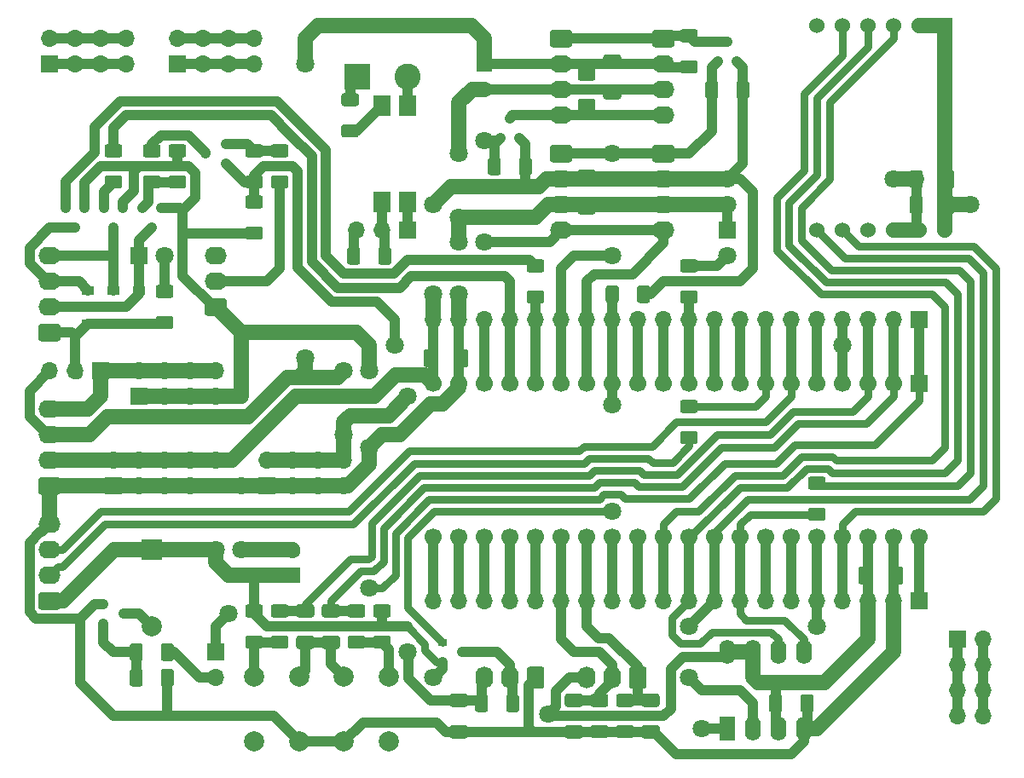
<source format=gbr>
%TF.GenerationSoftware,KiCad,Pcbnew,5.1.10-88a1d61d58~90~ubuntu20.04.1*%
%TF.CreationDate,2023-02-04T19:14:01+01:00*%
%TF.ProjectId,zvire-vetrnik-control,7a766972-652d-4766-9574-726e696b2d63,rev?*%
%TF.SameCoordinates,PX3072580PY9157080*%
%TF.FileFunction,Copper,L2,Bot*%
%TF.FilePolarity,Positive*%
%FSLAX46Y46*%
G04 Gerber Fmt 4.6, Leading zero omitted, Abs format (unit mm)*
G04 Created by KiCad (PCBNEW 5.1.10-88a1d61d58~90~ubuntu20.04.1) date 2023-02-04 19:14:01*
%MOMM*%
%LPD*%
G01*
G04 APERTURE LIST*
%TA.AperFunction,ComponentPad*%
%ADD10O,1.700000X1.700000*%
%TD*%
%TA.AperFunction,ComponentPad*%
%ADD11R,1.700000X1.700000*%
%TD*%
%TA.AperFunction,ComponentPad*%
%ADD12C,1.700000*%
%TD*%
%TA.AperFunction,ComponentPad*%
%ADD13O,1.600000X2.400000*%
%TD*%
%TA.AperFunction,ComponentPad*%
%ADD14R,1.600000X2.400000*%
%TD*%
%TA.AperFunction,ComponentPad*%
%ADD15R,1.524000X1.524000*%
%TD*%
%TA.AperFunction,ComponentPad*%
%ADD16C,1.524000*%
%TD*%
%TA.AperFunction,SMDPad,CuDef*%
%ADD17R,1.780000X2.000000*%
%TD*%
%TA.AperFunction,ComponentPad*%
%ADD18C,2.000000*%
%TD*%
%TA.AperFunction,SMDPad,CuDef*%
%ADD19R,0.800000X0.900000*%
%TD*%
%TA.AperFunction,SMDPad,CuDef*%
%ADD20R,0.900000X0.800000*%
%TD*%
%TA.AperFunction,ComponentPad*%
%ADD21O,2.190000X1.740000*%
%TD*%
%TA.AperFunction,ComponentPad*%
%ADD22O,1.740000X2.190000*%
%TD*%
%TA.AperFunction,ComponentPad*%
%ADD23C,2.600000*%
%TD*%
%TA.AperFunction,ComponentPad*%
%ADD24R,2.600000X2.600000*%
%TD*%
%TA.AperFunction,ComponentPad*%
%ADD25C,1.800000*%
%TD*%
%TA.AperFunction,ComponentPad*%
%ADD26R,1.800000X1.800000*%
%TD*%
%TA.AperFunction,SMDPad,CuDef*%
%ADD27R,1.200000X0.900000*%
%TD*%
%TA.AperFunction,ComponentPad*%
%ADD28C,1.600000*%
%TD*%
%TA.AperFunction,ComponentPad*%
%ADD29R,1.600000X1.600000*%
%TD*%
%TA.AperFunction,ComponentPad*%
%ADD30R,2.000000X2.000000*%
%TD*%
%TA.AperFunction,ViaPad*%
%ADD31C,1.800000*%
%TD*%
%TA.AperFunction,Conductor*%
%ADD32C,1.000000*%
%TD*%
%TA.AperFunction,Conductor*%
%ADD33C,1.500000*%
%TD*%
%TA.AperFunction,Conductor*%
%ADD34C,0.800000*%
%TD*%
G04 APERTURE END LIST*
D10*
%TO.P,J14,8*%
%TO.N,Net-(J14-Pad2)*%
X96520000Y5080000D03*
%TO.P,J14,7*%
%TO.N,Net-(J14-Pad1)*%
X93980000Y5080000D03*
%TO.P,J14,6*%
%TO.N,Net-(J14-Pad2)*%
X96520000Y7620000D03*
%TO.P,J14,5*%
%TO.N,Net-(J14-Pad1)*%
X93980000Y7620000D03*
%TO.P,J14,4*%
%TO.N,Net-(J14-Pad2)*%
X96520000Y10160000D03*
%TO.P,J14,3*%
%TO.N,Net-(J14-Pad1)*%
X93980000Y10160000D03*
%TO.P,J14,2*%
%TO.N,Net-(J14-Pad2)*%
X96520000Y12700000D03*
D11*
%TO.P,J14,1*%
%TO.N,Net-(J14-Pad1)*%
X93980000Y12700000D03*
%TD*%
D10*
%TO.P,J13,8*%
%TO.N,Net-(J13-Pad2)*%
X24130000Y72390000D03*
%TO.P,J13,7*%
%TO.N,Net-(J13-Pad1)*%
X24130000Y69850000D03*
%TO.P,J13,6*%
%TO.N,Net-(J13-Pad2)*%
X21590000Y72390000D03*
%TO.P,J13,5*%
%TO.N,Net-(J13-Pad1)*%
X21590000Y69850000D03*
%TO.P,J13,4*%
%TO.N,Net-(J13-Pad2)*%
X19050000Y72390000D03*
%TO.P,J13,3*%
%TO.N,Net-(J13-Pad1)*%
X19050000Y69850000D03*
%TO.P,J13,2*%
%TO.N,Net-(J13-Pad2)*%
X16510000Y72390000D03*
D11*
%TO.P,J13,1*%
%TO.N,Net-(J13-Pad1)*%
X16510000Y69850000D03*
%TD*%
D10*
%TO.P,J12,8*%
%TO.N,Net-(J12-Pad2)*%
X11430000Y72390000D03*
%TO.P,J12,7*%
%TO.N,Net-(J12-Pad1)*%
X11430000Y69850000D03*
%TO.P,J12,6*%
%TO.N,Net-(J12-Pad2)*%
X8890000Y72390000D03*
%TO.P,J12,5*%
%TO.N,Net-(J12-Pad1)*%
X8890000Y69850000D03*
%TO.P,J12,4*%
%TO.N,Net-(J12-Pad2)*%
X6350000Y72390000D03*
%TO.P,J12,3*%
%TO.N,Net-(J12-Pad1)*%
X6350000Y69850000D03*
%TO.P,J12,2*%
%TO.N,Net-(J12-Pad2)*%
X3810000Y72390000D03*
D11*
%TO.P,J12,1*%
%TO.N,Net-(J12-Pad1)*%
X3810000Y69850000D03*
%TD*%
D12*
%TO.P,U2,40*%
%TO.N,/MCU_40*%
X90170000Y22860000D03*
D11*
%TO.P,U2,1*%
%TO.N,/BUZZER*%
X90170000Y38100000D03*
D12*
%TO.P,U2,39*%
%TO.N,GND*%
X87630000Y22860000D03*
%TO.P,U2,2*%
%TO.N,/BUTTON1*%
X87630000Y38100000D03*
%TO.P,U2,38*%
%TO.N,+3V3*%
X85090000Y22860000D03*
%TO.P,U2,3*%
%TO.N,/BUTTON2*%
X85090000Y38100000D03*
%TO.P,U2,37*%
%TO.N,/PB10*%
X82550000Y22860000D03*
%TO.P,U2,4*%
%TO.N,/PB15*%
X82550000Y38100000D03*
%TO.P,U2,36*%
%TO.N,/PB2*%
X80010000Y22860000D03*
%TO.P,U2,5*%
%TO.N,/PA8*%
X80010000Y38100000D03*
%TO.P,U2,35*%
%TO.N,/PB1*%
X77470000Y22860000D03*
%TO.P,U2,6*%
%TO.N,/PA9*%
X77470000Y38100000D03*
%TO.P,U2,34*%
%TO.N,/PB0*%
X74930000Y22860000D03*
%TO.P,U2,7*%
%TO.N,/PA10*%
X74930000Y38100000D03*
%TO.P,U2,33*%
%TO.N,/MOSI*%
X72390000Y22860000D03*
%TO.P,U2,8*%
%TO.N,/PA11*%
X72390000Y38100000D03*
%TO.P,U2,32*%
%TO.N,/MISO*%
X69850000Y22860000D03*
%TO.P,U2,9*%
%TO.N,/PA12*%
X69850000Y38100000D03*
%TO.P,U2,31*%
%TO.N,/PA5*%
X67310000Y22860000D03*
%TO.P,U2,10*%
%TO.N,/PA15*%
X67310000Y38100000D03*
%TO.P,U2,30*%
%TO.N,/PA4*%
X64770000Y22860000D03*
%TO.P,U2,11*%
%TO.N,/PB3*%
X64770000Y38100000D03*
%TO.P,U2,29*%
%TO.N,/PA3*%
X62230000Y22860000D03*
%TO.P,U2,12*%
%TO.N,/PB4*%
X62230000Y38100000D03*
%TO.P,U2,28*%
%TO.N,/PA2*%
X59690000Y22860000D03*
%TO.P,U2,13*%
%TO.N,/PB5*%
X59690000Y38100000D03*
%TO.P,U2,27*%
%TO.N,/ADC_NTC2*%
X57150000Y22860000D03*
%TO.P,U2,14*%
%TO.N,/PB6*%
X57150000Y38100000D03*
%TO.P,U2,26*%
%TO.N,/ADC_NTC1*%
X54610000Y22860000D03*
%TO.P,U2,15*%
%TO.N,/PB7*%
X54610000Y38100000D03*
%TO.P,U2,25*%
%TO.N,/RES*%
X52070000Y22860000D03*
%TO.P,U2,16*%
%TO.N,/PB8*%
X52070000Y38100000D03*
%TO.P,U2,24*%
%TO.N,/PC15*%
X49530000Y22860000D03*
%TO.P,U2,17*%
%TO.N,/PB9*%
X49530000Y38100000D03*
%TO.P,U2,23*%
%TO.N,/PC14*%
X46990000Y22860000D03*
%TO.P,U2,18*%
%TO.N,/MCU_18*%
X46990000Y38100000D03*
%TO.P,U2,22*%
%TO.N,/PC13*%
X44450000Y22860000D03*
%TO.P,U2,19*%
%TO.N,GND*%
X44450000Y38100000D03*
%TO.P,U2,21*%
%TO.N,/VBat*%
X41910000Y22860000D03*
%TO.P,U2,20*%
%TO.N,+3V3*%
X41910000Y38100000D03*
%TD*%
%TO.P,R25,2*%
%TO.N,/MOSI*%
%TA.AperFunction,SMDPad,CuDef*%
G36*
G01*
X79385000Y25770000D02*
X80635000Y25770000D01*
G75*
G02*
X80885000Y25520000I0J-250000D01*
G01*
X80885000Y24720000D01*
G75*
G02*
X80635000Y24470000I-250000J0D01*
G01*
X79385000Y24470000D01*
G75*
G02*
X79135000Y24720000I0J250000D01*
G01*
X79135000Y25520000D01*
G75*
G02*
X79385000Y25770000I250000J0D01*
G01*
G37*
%TD.AperFunction*%
%TO.P,R25,1*%
%TO.N,Net-(R25-Pad1)*%
%TA.AperFunction,SMDPad,CuDef*%
G36*
G01*
X79385000Y28870000D02*
X80635000Y28870000D01*
G75*
G02*
X80885000Y28620000I0J-250000D01*
G01*
X80885000Y27820000D01*
G75*
G02*
X80635000Y27570000I-250000J0D01*
G01*
X79385000Y27570000D01*
G75*
G02*
X79135000Y27820000I0J250000D01*
G01*
X79135000Y28620000D01*
G75*
G02*
X79385000Y28870000I250000J0D01*
G01*
G37*
%TD.AperFunction*%
%TD*%
D13*
%TO.P,U3,8*%
%TO.N,+3V3*%
X71120000Y11430000D03*
%TO.P,U3,4*%
%TO.N,GND*%
X78740000Y3810000D03*
%TO.P,U3,7*%
%TO.N,+3V3*%
X73660000Y11430000D03*
%TO.P,U3,3*%
X76200000Y3810000D03*
%TO.P,U3,6*%
%TO.N,/PA5*%
X76200000Y11430000D03*
%TO.P,U3,2*%
%TO.N,/MISO*%
X73660000Y3810000D03*
%TO.P,U3,5*%
%TO.N,/MOSI*%
X78740000Y11430000D03*
D14*
%TO.P,U3,1*%
%TO.N,/PB2*%
X71120000Y3810000D03*
%TD*%
%TO.P,R22,2*%
%TO.N,/PA10*%
%TA.AperFunction,SMDPad,CuDef*%
G36*
G01*
X67935000Y35190000D02*
X66685000Y35190000D01*
G75*
G02*
X66435000Y35440000I0J250000D01*
G01*
X66435000Y36240000D01*
G75*
G02*
X66685000Y36490000I250000J0D01*
G01*
X67935000Y36490000D01*
G75*
G02*
X68185000Y36240000I0J-250000D01*
G01*
X68185000Y35440000D01*
G75*
G02*
X67935000Y35190000I-250000J0D01*
G01*
G37*
%TD.AperFunction*%
%TO.P,R22,1*%
%TO.N,Net-(J15-Pad2)*%
%TA.AperFunction,SMDPad,CuDef*%
G36*
G01*
X67935000Y32090000D02*
X66685000Y32090000D01*
G75*
G02*
X66435000Y32340000I0J250000D01*
G01*
X66435000Y33140000D01*
G75*
G02*
X66685000Y33390000I250000J0D01*
G01*
X67935000Y33390000D01*
G75*
G02*
X68185000Y33140000I0J-250000D01*
G01*
X68185000Y32340000D01*
G75*
G02*
X67935000Y32090000I-250000J0D01*
G01*
G37*
%TD.AperFunction*%
%TD*%
%TO.P,R9,2*%
%TO.N,/PB8*%
%TA.AperFunction,SMDPad,CuDef*%
G36*
G01*
X51445000Y47360000D02*
X52695000Y47360000D01*
G75*
G02*
X52945000Y47110000I0J-250000D01*
G01*
X52945000Y46310000D01*
G75*
G02*
X52695000Y46060000I-250000J0D01*
G01*
X51445000Y46060000D01*
G75*
G02*
X51195000Y46310000I0J250000D01*
G01*
X51195000Y47110000D01*
G75*
G02*
X51445000Y47360000I250000J0D01*
G01*
G37*
%TD.AperFunction*%
%TO.P,R9,1*%
%TO.N,Net-(Q4-Pad1)*%
%TA.AperFunction,SMDPad,CuDef*%
G36*
G01*
X51445000Y50460000D02*
X52695000Y50460000D01*
G75*
G02*
X52945000Y50210000I0J-250000D01*
G01*
X52945000Y49410000D01*
G75*
G02*
X52695000Y49160000I-250000J0D01*
G01*
X51445000Y49160000D01*
G75*
G02*
X51195000Y49410000I0J250000D01*
G01*
X51195000Y50210000D01*
G75*
G02*
X51445000Y50460000I250000J0D01*
G01*
G37*
%TD.AperFunction*%
%TD*%
D15*
%TO.P,U4,1*%
%TO.N,GND*%
X92710000Y73660000D03*
D16*
%TO.P,U4,2*%
X90170000Y73660000D03*
%TO.P,U4,3*%
%TO.N,Net-(R25-Pad1)*%
X87630000Y73660000D03*
%TO.P,U4,4*%
%TO.N,/PA5*%
X85090000Y73660000D03*
%TO.P,U4,5*%
%TO.N,/PA4*%
X82550000Y73660000D03*
%TO.P,U4,6*%
%TO.N,Net-(U4-Pad6)*%
X80010000Y73660000D03*
%TO.P,U4,7*%
%TO.N,/MISO*%
X80010000Y53340000D03*
%TO.P,U4,8*%
%TO.N,/PB10*%
X82550000Y53340000D03*
%TO.P,U4,9*%
%TO.N,Net-(U4-Pad9)*%
X85090000Y53340000D03*
%TO.P,U4,10*%
%TO.N,+3V3*%
X87630000Y53340000D03*
%TO.P,U4,11*%
X90170000Y53340000D03*
%TO.P,U4,12*%
%TO.N,GND*%
X92710000Y53340000D03*
%TD*%
D17*
%TO.P,U1,4*%
%TO.N,Net-(J11-Pad2)*%
X36830000Y56195000D03*
%TO.P,U1,2*%
%TO.N,Net-(J8-Pad2)*%
X39370000Y65725000D03*
%TO.P,U1,3*%
%TO.N,Net-(J11-Pad1)*%
X39370000Y56195000D03*
%TO.P,U1,1*%
%TO.N,Net-(R7-Pad1)*%
X36830000Y65725000D03*
%TD*%
D18*
%TO.P,SW2,1*%
%TO.N,Net-(R16-Pad2)*%
X24130000Y9040000D03*
%TO.P,SW2,2*%
%TO.N,GND*%
X28630000Y9040000D03*
%TO.P,SW2,1*%
%TO.N,Net-(R16-Pad2)*%
X24130000Y2540000D03*
%TO.P,SW2,2*%
%TO.N,GND*%
X28630000Y2540000D03*
%TD*%
%TO.P,SW1,1*%
%TO.N,Net-(R13-Pad2)*%
X37520000Y2540000D03*
%TO.P,SW1,2*%
%TO.N,GND*%
X33020000Y2540000D03*
%TO.P,SW1,1*%
%TO.N,Net-(R13-Pad2)*%
X37520000Y9040000D03*
%TO.P,SW1,2*%
%TO.N,GND*%
X33020000Y9040000D03*
%TD*%
%TO.P,R21,2*%
%TO.N,/SCL_5V*%
%TA.AperFunction,SMDPad,CuDef*%
G36*
G01*
X56525000Y66410000D02*
X57775000Y66410000D01*
G75*
G02*
X58025000Y66160000I0J-250000D01*
G01*
X58025000Y65360000D01*
G75*
G02*
X57775000Y65110000I-250000J0D01*
G01*
X56525000Y65110000D01*
G75*
G02*
X56275000Y65360000I0J250000D01*
G01*
X56275000Y66160000D01*
G75*
G02*
X56525000Y66410000I250000J0D01*
G01*
G37*
%TD.AperFunction*%
%TO.P,R21,1*%
%TO.N,+5V*%
%TA.AperFunction,SMDPad,CuDef*%
G36*
G01*
X56525000Y69510000D02*
X57775000Y69510000D01*
G75*
G02*
X58025000Y69260000I0J-250000D01*
G01*
X58025000Y68460000D01*
G75*
G02*
X57775000Y68210000I-250000J0D01*
G01*
X56525000Y68210000D01*
G75*
G02*
X56275000Y68460000I0J250000D01*
G01*
X56275000Y69260000D01*
G75*
G02*
X56525000Y69510000I250000J0D01*
G01*
G37*
%TD.AperFunction*%
%TD*%
%TO.P,R20,2*%
%TO.N,/SDA_5V*%
%TA.AperFunction,SMDPad,CuDef*%
G36*
G01*
X67935000Y72020000D02*
X66685000Y72020000D01*
G75*
G02*
X66435000Y72270000I0J250000D01*
G01*
X66435000Y73070000D01*
G75*
G02*
X66685000Y73320000I250000J0D01*
G01*
X67935000Y73320000D01*
G75*
G02*
X68185000Y73070000I0J-250000D01*
G01*
X68185000Y72270000D01*
G75*
G02*
X67935000Y72020000I-250000J0D01*
G01*
G37*
%TD.AperFunction*%
%TO.P,R20,1*%
%TO.N,+5V*%
%TA.AperFunction,SMDPad,CuDef*%
G36*
G01*
X67935000Y68920000D02*
X66685000Y68920000D01*
G75*
G02*
X66435000Y69170000I0J250000D01*
G01*
X66435000Y69970000D01*
G75*
G02*
X66685000Y70220000I250000J0D01*
G01*
X67935000Y70220000D01*
G75*
G02*
X68185000Y69970000I0J-250000D01*
G01*
X68185000Y69170000D01*
G75*
G02*
X67935000Y68920000I-250000J0D01*
G01*
G37*
%TD.AperFunction*%
%TD*%
%TO.P,R27,2*%
%TO.N,/onewire_5V*%
%TA.AperFunction,SMDPad,CuDef*%
G36*
G01*
X49160000Y5725000D02*
X49160000Y6975000D01*
G75*
G02*
X49410000Y7225000I250000J0D01*
G01*
X50210000Y7225000D01*
G75*
G02*
X50460000Y6975000I0J-250000D01*
G01*
X50460000Y5725000D01*
G75*
G02*
X50210000Y5475000I-250000J0D01*
G01*
X49410000Y5475000D01*
G75*
G02*
X49160000Y5725000I0J250000D01*
G01*
G37*
%TD.AperFunction*%
%TO.P,R27,1*%
%TO.N,+5V*%
%TA.AperFunction,SMDPad,CuDef*%
G36*
G01*
X46060000Y5725000D02*
X46060000Y6975000D01*
G75*
G02*
X46310000Y7225000I250000J0D01*
G01*
X47110000Y7225000D01*
G75*
G02*
X47360000Y6975000I0J-250000D01*
G01*
X47360000Y5725000D01*
G75*
G02*
X47110000Y5475000I-250000J0D01*
G01*
X46310000Y5475000D01*
G75*
G02*
X46060000Y5725000I0J250000D01*
G01*
G37*
%TD.AperFunction*%
%TD*%
%TO.P,R19,2*%
%TO.N,/PB6*%
%TA.AperFunction,SMDPad,CuDef*%
G36*
G01*
X48630000Y60315000D02*
X48630000Y59065000D01*
G75*
G02*
X48380000Y58815000I-250000J0D01*
G01*
X47580000Y58815000D01*
G75*
G02*
X47330000Y59065000I0J250000D01*
G01*
X47330000Y60315000D01*
G75*
G02*
X47580000Y60565000I250000J0D01*
G01*
X48380000Y60565000D01*
G75*
G02*
X48630000Y60315000I0J-250000D01*
G01*
G37*
%TD.AperFunction*%
%TO.P,R19,1*%
%TO.N,+3V3*%
%TA.AperFunction,SMDPad,CuDef*%
G36*
G01*
X51730000Y60315000D02*
X51730000Y59065000D01*
G75*
G02*
X51480000Y58815000I-250000J0D01*
G01*
X50680000Y58815000D01*
G75*
G02*
X50430000Y59065000I0J250000D01*
G01*
X50430000Y60315000D01*
G75*
G02*
X50680000Y60565000I250000J0D01*
G01*
X51480000Y60565000D01*
G75*
G02*
X51730000Y60315000I0J-250000D01*
G01*
G37*
%TD.AperFunction*%
%TD*%
%TO.P,R18,2*%
%TO.N,/PB7*%
%TA.AperFunction,SMDPad,CuDef*%
G36*
G01*
X70220000Y67935000D02*
X70220000Y66685000D01*
G75*
G02*
X69970000Y66435000I-250000J0D01*
G01*
X69170000Y66435000D01*
G75*
G02*
X68920000Y66685000I0J250000D01*
G01*
X68920000Y67935000D01*
G75*
G02*
X69170000Y68185000I250000J0D01*
G01*
X69970000Y68185000D01*
G75*
G02*
X70220000Y67935000I0J-250000D01*
G01*
G37*
%TD.AperFunction*%
%TO.P,R18,1*%
%TO.N,+3V3*%
%TA.AperFunction,SMDPad,CuDef*%
G36*
G01*
X73320000Y67935000D02*
X73320000Y66685000D01*
G75*
G02*
X73070000Y66435000I-250000J0D01*
G01*
X72270000Y66435000D01*
G75*
G02*
X72020000Y66685000I0J250000D01*
G01*
X72020000Y67935000D01*
G75*
G02*
X72270000Y68185000I250000J0D01*
G01*
X73070000Y68185000D01*
G75*
G02*
X73320000Y67935000I0J-250000D01*
G01*
G37*
%TD.AperFunction*%
%TD*%
%TO.P,R26,2*%
%TO.N,/PB5*%
%TA.AperFunction,SMDPad,CuDef*%
G36*
G01*
X60340000Y47615000D02*
X60340000Y46365000D01*
G75*
G02*
X60090000Y46115000I-250000J0D01*
G01*
X59290000Y46115000D01*
G75*
G02*
X59040000Y46365000I0J250000D01*
G01*
X59040000Y47615000D01*
G75*
G02*
X59290000Y47865000I250000J0D01*
G01*
X60090000Y47865000D01*
G75*
G02*
X60340000Y47615000I0J-250000D01*
G01*
G37*
%TD.AperFunction*%
%TO.P,R26,1*%
%TO.N,+3V3*%
%TA.AperFunction,SMDPad,CuDef*%
G36*
G01*
X63440000Y47615000D02*
X63440000Y46365000D01*
G75*
G02*
X63190000Y46115000I-250000J0D01*
G01*
X62390000Y46115000D01*
G75*
G02*
X62140000Y46365000I0J250000D01*
G01*
X62140000Y47615000D01*
G75*
G02*
X62390000Y47865000I250000J0D01*
G01*
X63190000Y47865000D01*
G75*
G02*
X63440000Y47615000I0J-250000D01*
G01*
G37*
%TD.AperFunction*%
%TD*%
%TO.P,R24,2*%
%TO.N,GND*%
%TA.AperFunction,SMDPad,CuDef*%
G36*
G01*
X14870000Y8265000D02*
X14870000Y9515000D01*
G75*
G02*
X15120000Y9765000I250000J0D01*
G01*
X15920000Y9765000D01*
G75*
G02*
X16170000Y9515000I0J-250000D01*
G01*
X16170000Y8265000D01*
G75*
G02*
X15920000Y8015000I-250000J0D01*
G01*
X15120000Y8015000D01*
G75*
G02*
X14870000Y8265000I0J250000D01*
G01*
G37*
%TD.AperFunction*%
%TO.P,R24,1*%
%TO.N,Net-(Q7-Pad1)*%
%TA.AperFunction,SMDPad,CuDef*%
G36*
G01*
X11770000Y8265000D02*
X11770000Y9515000D01*
G75*
G02*
X12020000Y9765000I250000J0D01*
G01*
X12820000Y9765000D01*
G75*
G02*
X13070000Y9515000I0J-250000D01*
G01*
X13070000Y8265000D01*
G75*
G02*
X12820000Y8015000I-250000J0D01*
G01*
X12020000Y8015000D01*
G75*
G02*
X11770000Y8265000I0J250000D01*
G01*
G37*
%TD.AperFunction*%
%TD*%
%TO.P,R23,2*%
%TO.N,Net-(JP2-Pad2)*%
%TA.AperFunction,SMDPad,CuDef*%
G36*
G01*
X14870000Y10805000D02*
X14870000Y12055000D01*
G75*
G02*
X15120000Y12305000I250000J0D01*
G01*
X15920000Y12305000D01*
G75*
G02*
X16170000Y12055000I0J-250000D01*
G01*
X16170000Y10805000D01*
G75*
G02*
X15920000Y10555000I-250000J0D01*
G01*
X15120000Y10555000D01*
G75*
G02*
X14870000Y10805000I0J250000D01*
G01*
G37*
%TD.AperFunction*%
%TO.P,R23,1*%
%TO.N,Net-(Q7-Pad1)*%
%TA.AperFunction,SMDPad,CuDef*%
G36*
G01*
X11770000Y10805000D02*
X11770000Y12055000D01*
G75*
G02*
X12020000Y12305000I250000J0D01*
G01*
X12820000Y12305000D01*
G75*
G02*
X13070000Y12055000I0J-250000D01*
G01*
X13070000Y10805000D01*
G75*
G02*
X12820000Y10555000I-250000J0D01*
G01*
X12020000Y10555000D01*
G75*
G02*
X11770000Y10805000I0J250000D01*
G01*
G37*
%TD.AperFunction*%
%TD*%
%TO.P,R17,2*%
%TO.N,Net-(R16-Pad2)*%
%TA.AperFunction,SMDPad,CuDef*%
G36*
G01*
X26045000Y13070000D02*
X27295000Y13070000D01*
G75*
G02*
X27545000Y12820000I0J-250000D01*
G01*
X27545000Y12020000D01*
G75*
G02*
X27295000Y11770000I-250000J0D01*
G01*
X26045000Y11770000D01*
G75*
G02*
X25795000Y12020000I0J250000D01*
G01*
X25795000Y12820000D01*
G75*
G02*
X26045000Y13070000I250000J0D01*
G01*
G37*
%TD.AperFunction*%
%TO.P,R17,1*%
%TO.N,/BUTTON2*%
%TA.AperFunction,SMDPad,CuDef*%
G36*
G01*
X26045000Y16170000D02*
X27295000Y16170000D01*
G75*
G02*
X27545000Y15920000I0J-250000D01*
G01*
X27545000Y15120000D01*
G75*
G02*
X27295000Y14870000I-250000J0D01*
G01*
X26045000Y14870000D01*
G75*
G02*
X25795000Y15120000I0J250000D01*
G01*
X25795000Y15920000D01*
G75*
G02*
X26045000Y16170000I250000J0D01*
G01*
G37*
%TD.AperFunction*%
%TD*%
%TO.P,R16,2*%
%TO.N,Net-(R16-Pad2)*%
%TA.AperFunction,SMDPad,CuDef*%
G36*
G01*
X23505000Y13070000D02*
X24755000Y13070000D01*
G75*
G02*
X25005000Y12820000I0J-250000D01*
G01*
X25005000Y12020000D01*
G75*
G02*
X24755000Y11770000I-250000J0D01*
G01*
X23505000Y11770000D01*
G75*
G02*
X23255000Y12020000I0J250000D01*
G01*
X23255000Y12820000D01*
G75*
G02*
X23505000Y13070000I250000J0D01*
G01*
G37*
%TD.AperFunction*%
%TO.P,R16,1*%
%TO.N,+3V3*%
%TA.AperFunction,SMDPad,CuDef*%
G36*
G01*
X23505000Y16170000D02*
X24755000Y16170000D01*
G75*
G02*
X25005000Y15920000I0J-250000D01*
G01*
X25005000Y15120000D01*
G75*
G02*
X24755000Y14870000I-250000J0D01*
G01*
X23505000Y14870000D01*
G75*
G02*
X23255000Y15120000I0J250000D01*
G01*
X23255000Y15920000D01*
G75*
G02*
X23505000Y16170000I250000J0D01*
G01*
G37*
%TD.AperFunction*%
%TD*%
%TO.P,R15,2*%
%TO.N,GND*%
%TA.AperFunction,SMDPad,CuDef*%
G36*
G01*
X60335000Y4180000D02*
X61585000Y4180000D01*
G75*
G02*
X61835000Y3930000I0J-250000D01*
G01*
X61835000Y3130000D01*
G75*
G02*
X61585000Y2880000I-250000J0D01*
G01*
X60335000Y2880000D01*
G75*
G02*
X60085000Y3130000I0J250000D01*
G01*
X60085000Y3930000D01*
G75*
G02*
X60335000Y4180000I250000J0D01*
G01*
G37*
%TD.AperFunction*%
%TO.P,R15,1*%
%TO.N,/ADC_NTC2*%
%TA.AperFunction,SMDPad,CuDef*%
G36*
G01*
X60335000Y7280000D02*
X61585000Y7280000D01*
G75*
G02*
X61835000Y7030000I0J-250000D01*
G01*
X61835000Y6230000D01*
G75*
G02*
X61585000Y5980000I-250000J0D01*
G01*
X60335000Y5980000D01*
G75*
G02*
X60085000Y6230000I0J250000D01*
G01*
X60085000Y7030000D01*
G75*
G02*
X60335000Y7280000I250000J0D01*
G01*
G37*
%TD.AperFunction*%
%TD*%
%TO.P,R14,2*%
%TO.N,Net-(R13-Pad2)*%
%TA.AperFunction,SMDPad,CuDef*%
G36*
G01*
X33665000Y13070000D02*
X34915000Y13070000D01*
G75*
G02*
X35165000Y12820000I0J-250000D01*
G01*
X35165000Y12020000D01*
G75*
G02*
X34915000Y11770000I-250000J0D01*
G01*
X33665000Y11770000D01*
G75*
G02*
X33415000Y12020000I0J250000D01*
G01*
X33415000Y12820000D01*
G75*
G02*
X33665000Y13070000I250000J0D01*
G01*
G37*
%TD.AperFunction*%
%TO.P,R14,1*%
%TO.N,/BUTTON1*%
%TA.AperFunction,SMDPad,CuDef*%
G36*
G01*
X33665000Y16170000D02*
X34915000Y16170000D01*
G75*
G02*
X35165000Y15920000I0J-250000D01*
G01*
X35165000Y15120000D01*
G75*
G02*
X34915000Y14870000I-250000J0D01*
G01*
X33665000Y14870000D01*
G75*
G02*
X33415000Y15120000I0J250000D01*
G01*
X33415000Y15920000D01*
G75*
G02*
X33665000Y16170000I250000J0D01*
G01*
G37*
%TD.AperFunction*%
%TD*%
%TO.P,R13,2*%
%TO.N,Net-(R13-Pad2)*%
%TA.AperFunction,SMDPad,CuDef*%
G36*
G01*
X36205000Y13070000D02*
X37455000Y13070000D01*
G75*
G02*
X37705000Y12820000I0J-250000D01*
G01*
X37705000Y12020000D01*
G75*
G02*
X37455000Y11770000I-250000J0D01*
G01*
X36205000Y11770000D01*
G75*
G02*
X35955000Y12020000I0J250000D01*
G01*
X35955000Y12820000D01*
G75*
G02*
X36205000Y13070000I250000J0D01*
G01*
G37*
%TD.AperFunction*%
%TO.P,R13,1*%
%TO.N,+3V3*%
%TA.AperFunction,SMDPad,CuDef*%
G36*
G01*
X36205000Y16170000D02*
X37455000Y16170000D01*
G75*
G02*
X37705000Y15920000I0J-250000D01*
G01*
X37705000Y15120000D01*
G75*
G02*
X37455000Y14870000I-250000J0D01*
G01*
X36205000Y14870000D01*
G75*
G02*
X35955000Y15120000I0J250000D01*
G01*
X35955000Y15920000D01*
G75*
G02*
X36205000Y16170000I250000J0D01*
G01*
G37*
%TD.AperFunction*%
%TD*%
%TO.P,R12,2*%
%TO.N,GND*%
%TA.AperFunction,SMDPad,CuDef*%
G36*
G01*
X57795000Y4180000D02*
X59045000Y4180000D01*
G75*
G02*
X59295000Y3930000I0J-250000D01*
G01*
X59295000Y3130000D01*
G75*
G02*
X59045000Y2880000I-250000J0D01*
G01*
X57795000Y2880000D01*
G75*
G02*
X57545000Y3130000I0J250000D01*
G01*
X57545000Y3930000D01*
G75*
G02*
X57795000Y4180000I250000J0D01*
G01*
G37*
%TD.AperFunction*%
%TO.P,R12,1*%
%TO.N,/ADC_NTC1*%
%TA.AperFunction,SMDPad,CuDef*%
G36*
G01*
X57795000Y7280000D02*
X59045000Y7280000D01*
G75*
G02*
X59295000Y7030000I0J-250000D01*
G01*
X59295000Y6230000D01*
G75*
G02*
X59045000Y5980000I-250000J0D01*
G01*
X57795000Y5980000D01*
G75*
G02*
X57545000Y6230000I0J250000D01*
G01*
X57545000Y7030000D01*
G75*
G02*
X57795000Y7280000I250000J0D01*
G01*
G37*
%TD.AperFunction*%
%TD*%
%TO.P,R11,2*%
%TO.N,Net-(J11-Pad2)*%
%TA.AperFunction,SMDPad,CuDef*%
G36*
G01*
X36460000Y50175000D02*
X36460000Y51425000D01*
G75*
G02*
X36710000Y51675000I250000J0D01*
G01*
X37510000Y51675000D01*
G75*
G02*
X37760000Y51425000I0J-250000D01*
G01*
X37760000Y50175000D01*
G75*
G02*
X37510000Y49925000I-250000J0D01*
G01*
X36710000Y49925000D01*
G75*
G02*
X36460000Y50175000I0J250000D01*
G01*
G37*
%TD.AperFunction*%
%TO.P,R11,1*%
%TO.N,Net-(J11-Pad3)*%
%TA.AperFunction,SMDPad,CuDef*%
G36*
G01*
X33360000Y50175000D02*
X33360000Y51425000D01*
G75*
G02*
X33610000Y51675000I250000J0D01*
G01*
X34410000Y51675000D01*
G75*
G02*
X34660000Y51425000I0J-250000D01*
G01*
X34660000Y50175000D01*
G75*
G02*
X34410000Y49925000I-250000J0D01*
G01*
X33610000Y49925000D01*
G75*
G02*
X33360000Y50175000I0J250000D01*
G01*
G37*
%TD.AperFunction*%
%TD*%
%TO.P,R10,2*%
%TO.N,Net-(D5-Pad2)*%
%TA.AperFunction,SMDPad,CuDef*%
G36*
G01*
X67935000Y49160000D02*
X66685000Y49160000D01*
G75*
G02*
X66435000Y49410000I0J250000D01*
G01*
X66435000Y50210000D01*
G75*
G02*
X66685000Y50460000I250000J0D01*
G01*
X67935000Y50460000D01*
G75*
G02*
X68185000Y50210000I0J-250000D01*
G01*
X68185000Y49410000D01*
G75*
G02*
X67935000Y49160000I-250000J0D01*
G01*
G37*
%TD.AperFunction*%
%TO.P,R10,1*%
%TO.N,/PA15*%
%TA.AperFunction,SMDPad,CuDef*%
G36*
G01*
X67935000Y46060000D02*
X66685000Y46060000D01*
G75*
G02*
X66435000Y46310000I0J250000D01*
G01*
X66435000Y47110000D01*
G75*
G02*
X66685000Y47360000I250000J0D01*
G01*
X67935000Y47360000D01*
G75*
G02*
X68185000Y47110000I0J-250000D01*
G01*
X68185000Y46310000D01*
G75*
G02*
X67935000Y46060000I-250000J0D01*
G01*
G37*
%TD.AperFunction*%
%TD*%
%TO.P,R8,2*%
%TO.N,/PB9*%
%TA.AperFunction,SMDPad,CuDef*%
G36*
G01*
X10785000Y60590000D02*
X9535000Y60590000D01*
G75*
G02*
X9285000Y60840000I0J250000D01*
G01*
X9285000Y61640000D01*
G75*
G02*
X9535000Y61890000I250000J0D01*
G01*
X10785000Y61890000D01*
G75*
G02*
X11035000Y61640000I0J-250000D01*
G01*
X11035000Y60840000D01*
G75*
G02*
X10785000Y60590000I-250000J0D01*
G01*
G37*
%TD.AperFunction*%
%TO.P,R8,1*%
%TO.N,Net-(Q3-Pad1)*%
%TA.AperFunction,SMDPad,CuDef*%
G36*
G01*
X10785000Y57490000D02*
X9535000Y57490000D01*
G75*
G02*
X9285000Y57740000I0J250000D01*
G01*
X9285000Y58540000D01*
G75*
G02*
X9535000Y58790000I250000J0D01*
G01*
X10785000Y58790000D01*
G75*
G02*
X11035000Y58540000I0J-250000D01*
G01*
X11035000Y57740000D01*
G75*
G02*
X10785000Y57490000I-250000J0D01*
G01*
G37*
%TD.AperFunction*%
%TD*%
%TO.P,R7,2*%
%TO.N,Net-(J8-Pad1)*%
%TA.AperFunction,SMDPad,CuDef*%
G36*
G01*
X34280000Y65670000D02*
X33030000Y65670000D01*
G75*
G02*
X32780000Y65920000I0J250000D01*
G01*
X32780000Y66720000D01*
G75*
G02*
X33030000Y66970000I250000J0D01*
G01*
X34280000Y66970000D01*
G75*
G02*
X34530000Y66720000I0J-250000D01*
G01*
X34530000Y65920000D01*
G75*
G02*
X34280000Y65670000I-250000J0D01*
G01*
G37*
%TD.AperFunction*%
%TO.P,R7,1*%
%TO.N,Net-(R7-Pad1)*%
%TA.AperFunction,SMDPad,CuDef*%
G36*
G01*
X34280000Y62570000D02*
X33030000Y62570000D01*
G75*
G02*
X32780000Y62820000I0J250000D01*
G01*
X32780000Y63620000D01*
G75*
G02*
X33030000Y63870000I250000J0D01*
G01*
X34280000Y63870000D01*
G75*
G02*
X34530000Y63620000I0J-250000D01*
G01*
X34530000Y62820000D01*
G75*
G02*
X34280000Y62570000I-250000J0D01*
G01*
G37*
%TD.AperFunction*%
%TD*%
%TO.P,R6,2*%
%TO.N,Net-(D1-Pad2)*%
%TA.AperFunction,SMDPad,CuDef*%
G36*
G01*
X15865000Y46620000D02*
X14615000Y46620000D01*
G75*
G02*
X14365000Y46870000I0J250000D01*
G01*
X14365000Y47670000D01*
G75*
G02*
X14615000Y47920000I250000J0D01*
G01*
X15865000Y47920000D01*
G75*
G02*
X16115000Y47670000I0J-250000D01*
G01*
X16115000Y46870000D01*
G75*
G02*
X15865000Y46620000I-250000J0D01*
G01*
G37*
%TD.AperFunction*%
%TO.P,R6,1*%
%TO.N,Net-(D2-Pad1)*%
%TA.AperFunction,SMDPad,CuDef*%
G36*
G01*
X15865000Y43520000D02*
X14615000Y43520000D01*
G75*
G02*
X14365000Y43770000I0J250000D01*
G01*
X14365000Y44570000D01*
G75*
G02*
X14615000Y44820000I250000J0D01*
G01*
X15865000Y44820000D01*
G75*
G02*
X16115000Y44570000I0J-250000D01*
G01*
X16115000Y43770000D01*
G75*
G02*
X15865000Y43520000I-250000J0D01*
G01*
G37*
%TD.AperFunction*%
%TD*%
%TO.P,R5,2*%
%TO.N,GND*%
%TA.AperFunction,SMDPad,CuDef*%
G36*
G01*
X17135000Y60590000D02*
X15885000Y60590000D01*
G75*
G02*
X15635000Y60840000I0J250000D01*
G01*
X15635000Y61640000D01*
G75*
G02*
X15885000Y61890000I250000J0D01*
G01*
X17135000Y61890000D01*
G75*
G02*
X17385000Y61640000I0J-250000D01*
G01*
X17385000Y60840000D01*
G75*
G02*
X17135000Y60590000I-250000J0D01*
G01*
G37*
%TD.AperFunction*%
%TO.P,R5,1*%
%TO.N,Net-(Q2-Pad1)*%
%TA.AperFunction,SMDPad,CuDef*%
G36*
G01*
X17135000Y57490000D02*
X15885000Y57490000D01*
G75*
G02*
X15635000Y57740000I0J250000D01*
G01*
X15635000Y58540000D01*
G75*
G02*
X15885000Y58790000I250000J0D01*
G01*
X17135000Y58790000D01*
G75*
G02*
X17385000Y58540000I0J-250000D01*
G01*
X17385000Y57740000D01*
G75*
G02*
X17135000Y57490000I-250000J0D01*
G01*
G37*
%TD.AperFunction*%
%TD*%
%TO.P,R4,2*%
%TO.N,Net-(Q1-Pad3)*%
%TA.AperFunction,SMDPad,CuDef*%
G36*
G01*
X14595000Y60590000D02*
X13345000Y60590000D01*
G75*
G02*
X13095000Y60840000I0J250000D01*
G01*
X13095000Y61640000D01*
G75*
G02*
X13345000Y61890000I250000J0D01*
G01*
X14595000Y61890000D01*
G75*
G02*
X14845000Y61640000I0J-250000D01*
G01*
X14845000Y60840000D01*
G75*
G02*
X14595000Y60590000I-250000J0D01*
G01*
G37*
%TD.AperFunction*%
%TO.P,R4,1*%
%TO.N,Net-(Q2-Pad1)*%
%TA.AperFunction,SMDPad,CuDef*%
G36*
G01*
X14595000Y57490000D02*
X13345000Y57490000D01*
G75*
G02*
X13095000Y57740000I0J250000D01*
G01*
X13095000Y58540000D01*
G75*
G02*
X13345000Y58790000I250000J0D01*
G01*
X14595000Y58790000D01*
G75*
G02*
X14845000Y58540000I0J-250000D01*
G01*
X14845000Y57740000D01*
G75*
G02*
X14595000Y57490000I-250000J0D01*
G01*
G37*
%TD.AperFunction*%
%TD*%
%TO.P,R3,2*%
%TO.N,Net-(Q1-Pad1)*%
%TA.AperFunction,SMDPad,CuDef*%
G36*
G01*
X24755000Y60590000D02*
X23505000Y60590000D01*
G75*
G02*
X23255000Y60840000I0J250000D01*
G01*
X23255000Y61640000D01*
G75*
G02*
X23505000Y61890000I250000J0D01*
G01*
X24755000Y61890000D01*
G75*
G02*
X25005000Y61640000I0J-250000D01*
G01*
X25005000Y60840000D01*
G75*
G02*
X24755000Y60590000I-250000J0D01*
G01*
G37*
%TD.AperFunction*%
%TO.P,R3,1*%
%TO.N,/PB15*%
%TA.AperFunction,SMDPad,CuDef*%
G36*
G01*
X24755000Y57490000D02*
X23505000Y57490000D01*
G75*
G02*
X23255000Y57740000I0J250000D01*
G01*
X23255000Y58540000D01*
G75*
G02*
X23505000Y58790000I250000J0D01*
G01*
X24755000Y58790000D01*
G75*
G02*
X25005000Y58540000I0J-250000D01*
G01*
X25005000Y57740000D01*
G75*
G02*
X24755000Y57490000I-250000J0D01*
G01*
G37*
%TD.AperFunction*%
%TD*%
%TO.P,R2,2*%
%TO.N,Net-(J3-Pad2)*%
%TA.AperFunction,SMDPad,CuDef*%
G36*
G01*
X26045000Y58790000D02*
X27295000Y58790000D01*
G75*
G02*
X27545000Y58540000I0J-250000D01*
G01*
X27545000Y57740000D01*
G75*
G02*
X27295000Y57490000I-250000J0D01*
G01*
X26045000Y57490000D01*
G75*
G02*
X25795000Y57740000I0J250000D01*
G01*
X25795000Y58540000D01*
G75*
G02*
X26045000Y58790000I250000J0D01*
G01*
G37*
%TD.AperFunction*%
%TO.P,R2,1*%
%TO.N,Net-(Q1-Pad1)*%
%TA.AperFunction,SMDPad,CuDef*%
G36*
G01*
X26045000Y61890000D02*
X27295000Y61890000D01*
G75*
G02*
X27545000Y61640000I0J-250000D01*
G01*
X27545000Y60840000D01*
G75*
G02*
X27295000Y60590000I-250000J0D01*
G01*
X26045000Y60590000D01*
G75*
G02*
X25795000Y60840000I0J250000D01*
G01*
X25795000Y61640000D01*
G75*
G02*
X26045000Y61890000I250000J0D01*
G01*
G37*
%TD.AperFunction*%
%TD*%
%TO.P,R1,2*%
%TO.N,GND*%
%TA.AperFunction,SMDPad,CuDef*%
G36*
G01*
X23505000Y53710000D02*
X24755000Y53710000D01*
G75*
G02*
X25005000Y53460000I0J-250000D01*
G01*
X25005000Y52660000D01*
G75*
G02*
X24755000Y52410000I-250000J0D01*
G01*
X23505000Y52410000D01*
G75*
G02*
X23255000Y52660000I0J250000D01*
G01*
X23255000Y53460000D01*
G75*
G02*
X23505000Y53710000I250000J0D01*
G01*
G37*
%TD.AperFunction*%
%TO.P,R1,1*%
%TO.N,/PB15*%
%TA.AperFunction,SMDPad,CuDef*%
G36*
G01*
X23505000Y56810000D02*
X24755000Y56810000D01*
G75*
G02*
X25005000Y56560000I0J-250000D01*
G01*
X25005000Y55760000D01*
G75*
G02*
X24755000Y55510000I-250000J0D01*
G01*
X23505000Y55510000D01*
G75*
G02*
X23255000Y55760000I0J250000D01*
G01*
X23255000Y56560000D01*
G75*
G02*
X23505000Y56810000I250000J0D01*
G01*
G37*
%TD.AperFunction*%
%TD*%
D19*
%TO.P,Q6,3*%
%TO.N,/SCL_5V*%
X49530000Y64500000D03*
%TO.P,Q6,2*%
%TO.N,/PB6*%
X48580000Y62500000D03*
%TO.P,Q6,1*%
%TO.N,+3V3*%
X50480000Y62500000D03*
%TD*%
%TO.P,Q5,3*%
%TO.N,/SDA_5V*%
X71120000Y72120000D03*
%TO.P,Q5,2*%
%TO.N,/PB7*%
X70170000Y70120000D03*
%TO.P,Q5,1*%
%TO.N,+3V3*%
X72070000Y70120000D03*
%TD*%
D20*
%TO.P,Q8,3*%
%TO.N,/onewire_5V*%
X44815000Y11430000D03*
%TO.P,Q8,2*%
%TO.N,/PB5*%
X42815000Y12380000D03*
%TO.P,Q8,1*%
%TO.N,+3V3*%
X42815000Y10480000D03*
%TD*%
%TO.P,Q7,3*%
%TO.N,Net-(BZ1-Pad2)*%
X11160000Y15240000D03*
%TO.P,Q7,2*%
%TO.N,GND*%
X9160000Y16190000D03*
%TO.P,Q7,1*%
%TO.N,Net-(Q7-Pad1)*%
X9160000Y14290000D03*
%TD*%
D19*
%TO.P,Q4,3*%
%TO.N,Net-(D3-Pad2)*%
X6350000Y53610000D03*
%TO.P,Q4,2*%
%TO.N,GND*%
X7300000Y55610000D03*
%TO.P,Q4,1*%
%TO.N,Net-(Q4-Pad1)*%
X5400000Y55610000D03*
%TD*%
%TO.P,Q3,3*%
%TO.N,Net-(D4-Pad2)*%
X10160000Y53610000D03*
%TO.P,Q3,2*%
%TO.N,GND*%
X11110000Y55610000D03*
%TO.P,Q3,1*%
%TO.N,Net-(Q3-Pad1)*%
X9210000Y55610000D03*
%TD*%
%TO.P,Q2,3*%
%TO.N,Net-(D1-Pad1)*%
X13970000Y53610000D03*
%TO.P,Q2,2*%
%TO.N,GND*%
X14920000Y55610000D03*
%TO.P,Q2,1*%
%TO.N,Net-(Q2-Pad1)*%
X13020000Y55610000D03*
%TD*%
D20*
%TO.P,Q1,3*%
%TO.N,Net-(Q1-Pad3)*%
X19320000Y60960000D03*
%TO.P,Q1,2*%
%TO.N,/PB15*%
X21320000Y60010000D03*
%TO.P,Q1,1*%
%TO.N,Net-(Q1-Pad1)*%
X21320000Y61910000D03*
%TD*%
D10*
%TO.P,JP2,2*%
%TO.N,Net-(JP2-Pad2)*%
X20320000Y8890000D03*
D11*
%TO.P,JP2,1*%
%TO.N,/BUZZER*%
X20320000Y11430000D03*
%TD*%
D10*
%TO.P,JP1,3*%
%TO.N,+5V*%
X3810000Y39370000D03*
%TO.P,JP1,2*%
%TO.N,Net-(D2-Pad1)*%
X6350000Y39370000D03*
D11*
%TO.P,JP1,1*%
%TO.N,+12V*%
X8890000Y39370000D03*
%TD*%
D21*
%TO.P,J20,4*%
%TO.N,/SCL_5V*%
X64770000Y64770000D03*
%TO.P,J20,3*%
%TO.N,GND*%
X64770000Y67310000D03*
%TO.P,J20,2*%
%TO.N,+5V*%
X64770000Y69850000D03*
%TO.P,J20,1*%
%TO.N,/SDA_5V*%
%TA.AperFunction,ComponentPad*%
G36*
G01*
X63924999Y73260000D02*
X65615001Y73260000D01*
G75*
G02*
X65865000Y73010001I0J-249999D01*
G01*
X65865000Y71769999D01*
G75*
G02*
X65615001Y71520000I-249999J0D01*
G01*
X63924999Y71520000D01*
G75*
G02*
X63675000Y71769999I0J249999D01*
G01*
X63675000Y73010001D01*
G75*
G02*
X63924999Y73260000I249999J0D01*
G01*
G37*
%TD.AperFunction*%
%TD*%
%TO.P,J19,4*%
%TO.N,/PB6*%
X54610000Y53340000D03*
%TO.P,J19,3*%
%TO.N,GND*%
X54610000Y55880000D03*
%TO.P,J19,2*%
%TO.N,+3V3*%
X54610000Y58420000D03*
%TO.P,J19,1*%
%TO.N,/PB7*%
%TA.AperFunction,ComponentPad*%
G36*
G01*
X53764999Y61830000D02*
X55455001Y61830000D01*
G75*
G02*
X55705000Y61580001I0J-249999D01*
G01*
X55705000Y60339999D01*
G75*
G02*
X55455001Y60090000I-249999J0D01*
G01*
X53764999Y60090000D01*
G75*
G02*
X53515000Y60339999I0J249999D01*
G01*
X53515000Y61580001D01*
G75*
G02*
X53764999Y61830000I249999J0D01*
G01*
G37*
%TD.AperFunction*%
%TD*%
%TO.P,J17,4*%
%TO.N,/SCL_5V*%
X54610000Y64770000D03*
%TO.P,J17,3*%
%TO.N,GND*%
X54610000Y67310000D03*
%TO.P,J17,2*%
%TO.N,+5V*%
X54610000Y69850000D03*
%TO.P,J17,1*%
%TO.N,/SDA_5V*%
%TA.AperFunction,ComponentPad*%
G36*
G01*
X53764999Y73260000D02*
X55455001Y73260000D01*
G75*
G02*
X55705000Y73010001I0J-249999D01*
G01*
X55705000Y71769999D01*
G75*
G02*
X55455001Y71520000I-249999J0D01*
G01*
X53764999Y71520000D01*
G75*
G02*
X53515000Y71769999I0J249999D01*
G01*
X53515000Y73010001D01*
G75*
G02*
X53764999Y73260000I249999J0D01*
G01*
G37*
%TD.AperFunction*%
%TD*%
%TO.P,J16,4*%
%TO.N,/PB6*%
X64770000Y53340000D03*
%TO.P,J16,3*%
%TO.N,GND*%
X64770000Y55880000D03*
%TO.P,J16,2*%
%TO.N,+3V3*%
X64770000Y58420000D03*
%TO.P,J16,1*%
%TO.N,/PB7*%
%TA.AperFunction,ComponentPad*%
G36*
G01*
X63924999Y61830000D02*
X65615001Y61830000D01*
G75*
G02*
X65865000Y61580001I0J-249999D01*
G01*
X65865000Y60339999D01*
G75*
G02*
X65615001Y60090000I-249999J0D01*
G01*
X63924999Y60090000D01*
G75*
G02*
X63675000Y60339999I0J249999D01*
G01*
X63675000Y61580001D01*
G75*
G02*
X63924999Y61830000I249999J0D01*
G01*
G37*
%TD.AperFunction*%
%TD*%
D22*
%TO.P,J18,3*%
%TO.N,+5V*%
X46990000Y8890000D03*
%TO.P,J18,2*%
%TO.N,/onewire_5V*%
X49530000Y8890000D03*
%TO.P,J18,1*%
%TO.N,GND*%
%TA.AperFunction,ComponentPad*%
G36*
G01*
X52940000Y9735001D02*
X52940000Y8044999D01*
G75*
G02*
X52690001Y7795000I-249999J0D01*
G01*
X51449999Y7795000D01*
G75*
G02*
X51200000Y8044999I0J249999D01*
G01*
X51200000Y9735001D01*
G75*
G02*
X51449999Y9985000I249999J0D01*
G01*
X52690001Y9985000D01*
G75*
G02*
X52940000Y9735001I0J-249999D01*
G01*
G37*
%TD.AperFunction*%
%TD*%
D21*
%TO.P,J15,4*%
%TO.N,GND*%
X3810000Y24130000D03*
%TO.P,J15,3*%
%TO.N,/PA9*%
X3810000Y21590000D03*
%TO.P,J15,2*%
%TO.N,Net-(J15-Pad2)*%
X3810000Y19050000D03*
%TO.P,J15,1*%
%TO.N,+3V3*%
%TA.AperFunction,ComponentPad*%
G36*
G01*
X4655001Y15640000D02*
X2964999Y15640000D01*
G75*
G02*
X2715000Y15889999I0J249999D01*
G01*
X2715000Y17130001D01*
G75*
G02*
X2964999Y17380000I249999J0D01*
G01*
X4655001Y17380000D01*
G75*
G02*
X4905000Y17130001I0J-249999D01*
G01*
X4905000Y15889999D01*
G75*
G02*
X4655001Y15640000I-249999J0D01*
G01*
G37*
%TD.AperFunction*%
%TD*%
D10*
%TO.P,J11,3*%
%TO.N,Net-(J11-Pad3)*%
X34290000Y53340000D03*
%TO.P,J11,2*%
%TO.N,Net-(J11-Pad2)*%
X36830000Y53340000D03*
D11*
%TO.P,J11,1*%
%TO.N,Net-(J11-Pad1)*%
X39370000Y53340000D03*
%TD*%
D21*
%TO.P,J10,4*%
%TO.N,Net-(D4-Pad2)*%
X3810000Y50800000D03*
%TO.P,J10,3*%
%TO.N,Net-(D3-Pad2)*%
X3810000Y48260000D03*
%TO.P,J10,2*%
%TO.N,Net-(D1-Pad1)*%
X3810000Y45720000D03*
%TO.P,J10,1*%
%TO.N,Net-(D2-Pad1)*%
%TA.AperFunction,ComponentPad*%
G36*
G01*
X4655001Y42310000D02*
X2964999Y42310000D01*
G75*
G02*
X2715000Y42559999I0J249999D01*
G01*
X2715000Y43800001D01*
G75*
G02*
X2964999Y44050000I249999J0D01*
G01*
X4655001Y44050000D01*
G75*
G02*
X4905000Y43800001I0J-249999D01*
G01*
X4905000Y42559999D01*
G75*
G02*
X4655001Y42310000I-249999J0D01*
G01*
G37*
%TD.AperFunction*%
%TD*%
D22*
%TO.P,J9,3*%
%TO.N,+3V3*%
X57150000Y8890000D03*
%TO.P,J9,2*%
%TO.N,/ADC_NTC1*%
X59690000Y8890000D03*
%TO.P,J9,1*%
%TO.N,/ADC_NTC2*%
%TA.AperFunction,ComponentPad*%
G36*
G01*
X63100000Y9735001D02*
X63100000Y8044999D01*
G75*
G02*
X62850001Y7795000I-249999J0D01*
G01*
X61609999Y7795000D01*
G75*
G02*
X61360000Y8044999I0J249999D01*
G01*
X61360000Y9735001D01*
G75*
G02*
X61609999Y9985000I249999J0D01*
G01*
X62850001Y9985000D01*
G75*
G02*
X63100000Y9735001I0J-249999D01*
G01*
G37*
%TD.AperFunction*%
%TD*%
D23*
%TO.P,J8,2*%
%TO.N,Net-(J8-Pad2)*%
X39370000Y68580000D03*
D24*
%TO.P,J8,1*%
%TO.N,Net-(J8-Pad1)*%
X34370000Y68580000D03*
%TD*%
D10*
%TO.P,J7,20*%
%TO.N,/VBat*%
X41910000Y16510000D03*
%TO.P,J7,19*%
%TO.N,/PC13*%
X44450000Y16510000D03*
%TO.P,J7,18*%
%TO.N,/PC14*%
X46990000Y16510000D03*
%TO.P,J7,17*%
%TO.N,/PC15*%
X49530000Y16510000D03*
%TO.P,J7,16*%
%TO.N,/RES*%
X52070000Y16510000D03*
%TO.P,J7,15*%
%TO.N,/ADC_NTC1*%
X54610000Y16510000D03*
%TO.P,J7,14*%
%TO.N,/ADC_NTC2*%
X57150000Y16510000D03*
%TO.P,J7,13*%
%TO.N,/PA2*%
X59690000Y16510000D03*
%TO.P,J7,12*%
%TO.N,/PA3*%
X62230000Y16510000D03*
%TO.P,J7,11*%
%TO.N,/PA4*%
X64770000Y16510000D03*
%TO.P,J7,10*%
%TO.N,/PA5*%
X67310000Y16510000D03*
%TO.P,J7,9*%
%TO.N,/MISO*%
X69850000Y16510000D03*
%TO.P,J7,8*%
%TO.N,/MOSI*%
X72390000Y16510000D03*
%TO.P,J7,7*%
%TO.N,/PB0*%
X74930000Y16510000D03*
%TO.P,J7,6*%
%TO.N,/PB1*%
X77470000Y16510000D03*
%TO.P,J7,5*%
%TO.N,/PB2*%
X80010000Y16510000D03*
%TO.P,J7,4*%
%TO.N,/PB10*%
X82550000Y16510000D03*
%TO.P,J7,3*%
%TO.N,+3V3*%
X85090000Y16510000D03*
%TO.P,J7,2*%
%TO.N,GND*%
X87630000Y16510000D03*
D11*
%TO.P,J7,1*%
%TO.N,/MCU_40*%
X90170000Y16510000D03*
%TD*%
D10*
%TO.P,J6,8*%
%TO.N,+3V3*%
X17780000Y30480000D03*
%TO.P,J6,7*%
%TO.N,GND*%
X17780000Y27940000D03*
%TO.P,J6,6*%
%TO.N,+3V3*%
X15240000Y30480000D03*
%TO.P,J6,5*%
%TO.N,GND*%
X15240000Y27940000D03*
%TO.P,J6,4*%
%TO.N,+3V3*%
X12700000Y30480000D03*
%TO.P,J6,3*%
%TO.N,GND*%
X12700000Y27940000D03*
%TO.P,J6,2*%
%TO.N,+3V3*%
X10160000Y30480000D03*
D11*
%TO.P,J6,1*%
%TO.N,GND*%
X10160000Y27940000D03*
%TD*%
D10*
%TO.P,J5,8*%
%TO.N,+5V*%
X33020000Y30480000D03*
%TO.P,J5,7*%
%TO.N,GND*%
X33020000Y27940000D03*
%TO.P,J5,6*%
%TO.N,+5V*%
X30480000Y30480000D03*
%TO.P,J5,5*%
%TO.N,GND*%
X30480000Y27940000D03*
%TO.P,J5,4*%
%TO.N,+5V*%
X27940000Y30480000D03*
%TO.P,J5,3*%
%TO.N,GND*%
X27940000Y27940000D03*
%TO.P,J5,2*%
%TO.N,+5V*%
X25400000Y30480000D03*
D11*
%TO.P,J5,1*%
%TO.N,GND*%
X25400000Y27940000D03*
%TD*%
D10*
%TO.P,J4,8*%
%TO.N,+12V*%
X20320000Y39370000D03*
%TO.P,J4,7*%
%TO.N,GND*%
X20320000Y36830000D03*
%TO.P,J4,6*%
%TO.N,+12V*%
X17780000Y39370000D03*
%TO.P,J4,5*%
%TO.N,GND*%
X17780000Y36830000D03*
%TO.P,J4,4*%
%TO.N,+12V*%
X15240000Y39370000D03*
%TO.P,J4,3*%
%TO.N,GND*%
X15240000Y36830000D03*
%TO.P,J4,2*%
%TO.N,+12V*%
X12700000Y39370000D03*
D11*
%TO.P,J4,1*%
%TO.N,GND*%
X12700000Y36830000D03*
%TD*%
D21*
%TO.P,J3,3*%
%TO.N,Net-(J3-Pad3)*%
X20320000Y50800000D03*
%TO.P,J3,2*%
%TO.N,Net-(J3-Pad2)*%
X20320000Y48260000D03*
%TO.P,J3,1*%
%TO.N,GND*%
%TA.AperFunction,ComponentPad*%
G36*
G01*
X21165001Y44850000D02*
X19474999Y44850000D01*
G75*
G02*
X19225000Y45099999I0J249999D01*
G01*
X19225000Y46340001D01*
G75*
G02*
X19474999Y46590000I249999J0D01*
G01*
X21165001Y46590000D01*
G75*
G02*
X21415000Y46340001I0J-249999D01*
G01*
X21415000Y45099999D01*
G75*
G02*
X21165001Y44850000I-249999J0D01*
G01*
G37*
%TD.AperFunction*%
%TD*%
%TO.P,J2,4*%
%TO.N,+12V*%
X3810000Y35560000D03*
%TO.P,J2,3*%
%TO.N,+5V*%
X3810000Y33020000D03*
%TO.P,J2,2*%
%TO.N,+3V3*%
X3810000Y30480000D03*
%TO.P,J2,1*%
%TO.N,GND*%
%TA.AperFunction,ComponentPad*%
G36*
G01*
X4655001Y27070000D02*
X2964999Y27070000D01*
G75*
G02*
X2715000Y27319999I0J249999D01*
G01*
X2715000Y28560001D01*
G75*
G02*
X2964999Y28810000I249999J0D01*
G01*
X4655001Y28810000D01*
G75*
G02*
X4905000Y28560001I0J-249999D01*
G01*
X4905000Y27319999D01*
G75*
G02*
X4655001Y27070000I-249999J0D01*
G01*
G37*
%TD.AperFunction*%
%TD*%
D10*
%TO.P,J1,20*%
%TO.N,+3V3*%
X41910000Y44450000D03*
%TO.P,J1,19*%
%TO.N,GND*%
X44450000Y44450000D03*
%TO.P,J1,18*%
%TO.N,/MCU_18*%
X46990000Y44450000D03*
%TO.P,J1,17*%
%TO.N,/PB9*%
X49530000Y44450000D03*
%TO.P,J1,16*%
%TO.N,/PB8*%
X52070000Y44450000D03*
%TO.P,J1,15*%
%TO.N,/PB7*%
X54610000Y44450000D03*
%TO.P,J1,14*%
%TO.N,/PB6*%
X57150000Y44450000D03*
%TO.P,J1,13*%
%TO.N,/PB5*%
X59690000Y44450000D03*
%TO.P,J1,12*%
%TO.N,/PB4*%
X62230000Y44450000D03*
%TO.P,J1,11*%
%TO.N,/PB3*%
X64770000Y44450000D03*
%TO.P,J1,10*%
%TO.N,/PA15*%
X67310000Y44450000D03*
%TO.P,J1,9*%
%TO.N,/PA12*%
X69850000Y44450000D03*
%TO.P,J1,8*%
%TO.N,/PA11*%
X72390000Y44450000D03*
%TO.P,J1,7*%
%TO.N,/PA10*%
X74930000Y44450000D03*
%TO.P,J1,6*%
%TO.N,/PA9*%
X77470000Y44450000D03*
%TO.P,J1,5*%
%TO.N,/PA8*%
X80010000Y44450000D03*
%TO.P,J1,4*%
%TO.N,/PB15*%
X82550000Y44450000D03*
%TO.P,J1,3*%
%TO.N,/BUTTON2*%
X85090000Y44450000D03*
%TO.P,J1,2*%
%TO.N,/BUTTON1*%
X87630000Y44450000D03*
D11*
%TO.P,J1,1*%
%TO.N,/BUZZER*%
X90170000Y44450000D03*
%TD*%
D25*
%TO.P,D5,2*%
%TO.N,Net-(D5-Pad2)*%
X71120000Y50800000D03*
D26*
%TO.P,D5,1*%
%TO.N,GND*%
X71120000Y53340000D03*
%TD*%
D27*
%TO.P,D4,2*%
%TO.N,Net-(D4-Pad2)*%
X10160000Y47370000D03*
%TO.P,D4,1*%
%TO.N,Net-(D2-Pad1)*%
X10160000Y44070000D03*
%TD*%
%TO.P,D3,2*%
%TO.N,Net-(D3-Pad2)*%
X7620000Y47370000D03*
%TO.P,D3,1*%
%TO.N,Net-(D2-Pad1)*%
X7620000Y44070000D03*
%TD*%
%TO.P,D2,2*%
%TO.N,Net-(D1-Pad1)*%
X12700000Y47370000D03*
%TO.P,D2,1*%
%TO.N,Net-(D2-Pad1)*%
X12700000Y44070000D03*
%TD*%
D25*
%TO.P,D1,2*%
%TO.N,Net-(D1-Pad2)*%
X15240000Y50800000D03*
D26*
%TO.P,D1,1*%
%TO.N,Net-(D1-Pad1)*%
X12700000Y50800000D03*
%TD*%
%TO.P,C14,2*%
%TO.N,GND*%
%TA.AperFunction,SMDPad,CuDef*%
G36*
G01*
X92340000Y57769999D02*
X92340000Y59070001D01*
G75*
G02*
X92589999Y59320000I249999J0D01*
G01*
X93415001Y59320000D01*
G75*
G02*
X93665000Y59070001I0J-249999D01*
G01*
X93665000Y57769999D01*
G75*
G02*
X93415001Y57520000I-249999J0D01*
G01*
X92589999Y57520000D01*
G75*
G02*
X92340000Y57769999I0J249999D01*
G01*
G37*
%TD.AperFunction*%
%TO.P,C14,1*%
%TO.N,+3V3*%
%TA.AperFunction,SMDPad,CuDef*%
G36*
G01*
X89215000Y57769999D02*
X89215000Y59070001D01*
G75*
G02*
X89464999Y59320000I249999J0D01*
G01*
X90290001Y59320000D01*
G75*
G02*
X90540000Y59070001I0J-249999D01*
G01*
X90540000Y57769999D01*
G75*
G02*
X90290001Y57520000I-249999J0D01*
G01*
X89464999Y57520000D01*
G75*
G02*
X89215000Y57769999I0J249999D01*
G01*
G37*
%TD.AperFunction*%
%TD*%
%TO.P,C13,2*%
%TO.N,GND*%
%TA.AperFunction,SMDPad,CuDef*%
G36*
G01*
X92340000Y55229999D02*
X92340000Y56530001D01*
G75*
G02*
X92589999Y56780000I249999J0D01*
G01*
X93415001Y56780000D01*
G75*
G02*
X93665000Y56530001I0J-249999D01*
G01*
X93665000Y55229999D01*
G75*
G02*
X93415001Y54980000I-249999J0D01*
G01*
X92589999Y54980000D01*
G75*
G02*
X92340000Y55229999I0J249999D01*
G01*
G37*
%TD.AperFunction*%
%TO.P,C13,1*%
%TO.N,+3V3*%
%TA.AperFunction,SMDPad,CuDef*%
G36*
G01*
X89215000Y55229999D02*
X89215000Y56530001D01*
G75*
G02*
X89464999Y56780000I249999J0D01*
G01*
X90290001Y56780000D01*
G75*
G02*
X90540000Y56530001I0J-249999D01*
G01*
X90540000Y55229999D01*
G75*
G02*
X90290001Y54980000I-249999J0D01*
G01*
X89464999Y54980000D01*
G75*
G02*
X89215000Y55229999I0J249999D01*
G01*
G37*
%TD.AperFunction*%
%TD*%
%TO.P,C11,2*%
%TO.N,GND*%
%TA.AperFunction,SMDPad,CuDef*%
G36*
G01*
X59039999Y67680000D02*
X60340001Y67680000D01*
G75*
G02*
X60590000Y67430001I0J-249999D01*
G01*
X60590000Y66604999D01*
G75*
G02*
X60340001Y66355000I-249999J0D01*
G01*
X59039999Y66355000D01*
G75*
G02*
X58790000Y66604999I0J249999D01*
G01*
X58790000Y67430001D01*
G75*
G02*
X59039999Y67680000I249999J0D01*
G01*
G37*
%TD.AperFunction*%
%TO.P,C11,1*%
%TO.N,+5V*%
%TA.AperFunction,SMDPad,CuDef*%
G36*
G01*
X59039999Y70805000D02*
X60340001Y70805000D01*
G75*
G02*
X60590000Y70555001I0J-249999D01*
G01*
X60590000Y69729999D01*
G75*
G02*
X60340001Y69480000I-249999J0D01*
G01*
X59039999Y69480000D01*
G75*
G02*
X58790000Y69729999I0J249999D01*
G01*
X58790000Y70555001D01*
G75*
G02*
X59039999Y70805000I249999J0D01*
G01*
G37*
%TD.AperFunction*%
%TD*%
%TO.P,C10,2*%
%TO.N,GND*%
%TA.AperFunction,SMDPad,CuDef*%
G36*
G01*
X56499999Y56250000D02*
X57800001Y56250000D01*
G75*
G02*
X58050000Y56000001I0J-249999D01*
G01*
X58050000Y55174999D01*
G75*
G02*
X57800001Y54925000I-249999J0D01*
G01*
X56499999Y54925000D01*
G75*
G02*
X56250000Y55174999I0J249999D01*
G01*
X56250000Y56000001D01*
G75*
G02*
X56499999Y56250000I249999J0D01*
G01*
G37*
%TD.AperFunction*%
%TO.P,C10,1*%
%TO.N,+3V3*%
%TA.AperFunction,SMDPad,CuDef*%
G36*
G01*
X56499999Y59375000D02*
X57800001Y59375000D01*
G75*
G02*
X58050000Y59125001I0J-249999D01*
G01*
X58050000Y58299999D01*
G75*
G02*
X57800001Y58050000I-249999J0D01*
G01*
X56499999Y58050000D01*
G75*
G02*
X56250000Y58299999I0J249999D01*
G01*
X56250000Y59125001D01*
G75*
G02*
X56499999Y59375000I249999J0D01*
G01*
G37*
%TD.AperFunction*%
%TD*%
%TO.P,C12,2*%
%TO.N,GND*%
%TA.AperFunction,SMDPad,CuDef*%
G36*
G01*
X43799999Y4180000D02*
X45100001Y4180000D01*
G75*
G02*
X45350000Y3930001I0J-249999D01*
G01*
X45350000Y3104999D01*
G75*
G02*
X45100001Y2855000I-249999J0D01*
G01*
X43799999Y2855000D01*
G75*
G02*
X43550000Y3104999I0J249999D01*
G01*
X43550000Y3930001D01*
G75*
G02*
X43799999Y4180000I249999J0D01*
G01*
G37*
%TD.AperFunction*%
%TO.P,C12,1*%
%TO.N,+5V*%
%TA.AperFunction,SMDPad,CuDef*%
G36*
G01*
X43799999Y7305000D02*
X45100001Y7305000D01*
G75*
G02*
X45350000Y7055001I0J-249999D01*
G01*
X45350000Y6229999D01*
G75*
G02*
X45100001Y5980000I-249999J0D01*
G01*
X43799999Y5980000D01*
G75*
G02*
X43550000Y6229999I0J249999D01*
G01*
X43550000Y7055001D01*
G75*
G02*
X43799999Y7305000I249999J0D01*
G01*
G37*
%TD.AperFunction*%
%TD*%
%TO.P,C9,2*%
%TO.N,GND*%
%TA.AperFunction,SMDPad,CuDef*%
G36*
G01*
X78370000Y5699999D02*
X78370000Y7000001D01*
G75*
G02*
X78619999Y7250000I249999J0D01*
G01*
X79445001Y7250000D01*
G75*
G02*
X79695000Y7000001I0J-249999D01*
G01*
X79695000Y5699999D01*
G75*
G02*
X79445001Y5450000I-249999J0D01*
G01*
X78619999Y5450000D01*
G75*
G02*
X78370000Y5699999I0J249999D01*
G01*
G37*
%TD.AperFunction*%
%TO.P,C9,1*%
%TO.N,+3V3*%
%TA.AperFunction,SMDPad,CuDef*%
G36*
G01*
X75245000Y5699999D02*
X75245000Y7000001D01*
G75*
G02*
X75494999Y7250000I249999J0D01*
G01*
X76320001Y7250000D01*
G75*
G02*
X76570000Y7000001I0J-249999D01*
G01*
X76570000Y5699999D01*
G75*
G02*
X76320001Y5450000I-249999J0D01*
G01*
X75494999Y5450000D01*
G75*
G02*
X75245000Y5699999I0J249999D01*
G01*
G37*
%TD.AperFunction*%
%TD*%
%TO.P,C8,2*%
%TO.N,GND*%
%TA.AperFunction,SMDPad,CuDef*%
G36*
G01*
X44080000Y39989999D02*
X44080000Y41290001D01*
G75*
G02*
X44329999Y41540000I249999J0D01*
G01*
X45155001Y41540000D01*
G75*
G02*
X45405000Y41290001I0J-249999D01*
G01*
X45405000Y39989999D01*
G75*
G02*
X45155001Y39740000I-249999J0D01*
G01*
X44329999Y39740000D01*
G75*
G02*
X44080000Y39989999I0J249999D01*
G01*
G37*
%TD.AperFunction*%
%TO.P,C8,1*%
%TO.N,+3V3*%
%TA.AperFunction,SMDPad,CuDef*%
G36*
G01*
X40955000Y39989999D02*
X40955000Y41290001D01*
G75*
G02*
X41204999Y41540000I249999J0D01*
G01*
X42030001Y41540000D01*
G75*
G02*
X42280000Y41290001I0J-249999D01*
G01*
X42280000Y39989999D01*
G75*
G02*
X42030001Y39740000I-249999J0D01*
G01*
X41204999Y39740000D01*
G75*
G02*
X40955000Y39989999I0J249999D01*
G01*
G37*
%TD.AperFunction*%
%TD*%
%TO.P,C7,2*%
%TO.N,GND*%
%TA.AperFunction,SMDPad,CuDef*%
G36*
G01*
X87260000Y18399999D02*
X87260000Y19700001D01*
G75*
G02*
X87509999Y19950000I249999J0D01*
G01*
X88335001Y19950000D01*
G75*
G02*
X88585000Y19700001I0J-249999D01*
G01*
X88585000Y18399999D01*
G75*
G02*
X88335001Y18150000I-249999J0D01*
G01*
X87509999Y18150000D01*
G75*
G02*
X87260000Y18399999I0J249999D01*
G01*
G37*
%TD.AperFunction*%
%TO.P,C7,1*%
%TO.N,+3V3*%
%TA.AperFunction,SMDPad,CuDef*%
G36*
G01*
X84135000Y18399999D02*
X84135000Y19700001D01*
G75*
G02*
X84384999Y19950000I249999J0D01*
G01*
X85210001Y19950000D01*
G75*
G02*
X85460000Y19700001I0J-249999D01*
G01*
X85460000Y18399999D01*
G75*
G02*
X85210001Y18150000I-249999J0D01*
G01*
X84384999Y18150000D01*
G75*
G02*
X84135000Y18399999I0J249999D01*
G01*
G37*
%TD.AperFunction*%
%TD*%
%TO.P,C6,2*%
%TO.N,GND*%
%TA.AperFunction,SMDPad,CuDef*%
G36*
G01*
X28559999Y13070000D02*
X29860001Y13070000D01*
G75*
G02*
X30110000Y12820001I0J-249999D01*
G01*
X30110000Y11994999D01*
G75*
G02*
X29860001Y11745000I-249999J0D01*
G01*
X28559999Y11745000D01*
G75*
G02*
X28310000Y11994999I0J249999D01*
G01*
X28310000Y12820001D01*
G75*
G02*
X28559999Y13070000I249999J0D01*
G01*
G37*
%TD.AperFunction*%
%TO.P,C6,1*%
%TO.N,/BUTTON2*%
%TA.AperFunction,SMDPad,CuDef*%
G36*
G01*
X28559999Y16195000D02*
X29860001Y16195000D01*
G75*
G02*
X30110000Y15945001I0J-249999D01*
G01*
X30110000Y15119999D01*
G75*
G02*
X29860001Y14870000I-249999J0D01*
G01*
X28559999Y14870000D01*
G75*
G02*
X28310000Y15119999I0J249999D01*
G01*
X28310000Y15945001D01*
G75*
G02*
X28559999Y16195000I249999J0D01*
G01*
G37*
%TD.AperFunction*%
%TD*%
%TO.P,C5,2*%
%TO.N,GND*%
%TA.AperFunction,SMDPad,CuDef*%
G36*
G01*
X31099999Y13070000D02*
X32400001Y13070000D01*
G75*
G02*
X32650000Y12820001I0J-249999D01*
G01*
X32650000Y11994999D01*
G75*
G02*
X32400001Y11745000I-249999J0D01*
G01*
X31099999Y11745000D01*
G75*
G02*
X30850000Y11994999I0J249999D01*
G01*
X30850000Y12820001D01*
G75*
G02*
X31099999Y13070000I249999J0D01*
G01*
G37*
%TD.AperFunction*%
%TO.P,C5,1*%
%TO.N,/BUTTON1*%
%TA.AperFunction,SMDPad,CuDef*%
G36*
G01*
X31099999Y16195000D02*
X32400001Y16195000D01*
G75*
G02*
X32650000Y15945001I0J-249999D01*
G01*
X32650000Y15119999D01*
G75*
G02*
X32400001Y14870000I-249999J0D01*
G01*
X31099999Y14870000D01*
G75*
G02*
X30850000Y15119999I0J249999D01*
G01*
X30850000Y15945001D01*
G75*
G02*
X31099999Y16195000I249999J0D01*
G01*
G37*
%TD.AperFunction*%
%TD*%
%TO.P,C4,2*%
%TO.N,GND*%
%TA.AperFunction,SMDPad,CuDef*%
G36*
G01*
X62849999Y4180000D02*
X64150001Y4180000D01*
G75*
G02*
X64400000Y3930001I0J-249999D01*
G01*
X64400000Y3104999D01*
G75*
G02*
X64150001Y2855000I-249999J0D01*
G01*
X62849999Y2855000D01*
G75*
G02*
X62600000Y3104999I0J249999D01*
G01*
X62600000Y3930001D01*
G75*
G02*
X62849999Y4180000I249999J0D01*
G01*
G37*
%TD.AperFunction*%
%TO.P,C4,1*%
%TO.N,/ADC_NTC2*%
%TA.AperFunction,SMDPad,CuDef*%
G36*
G01*
X62849999Y7305000D02*
X64150001Y7305000D01*
G75*
G02*
X64400000Y7055001I0J-249999D01*
G01*
X64400000Y6229999D01*
G75*
G02*
X64150001Y5980000I-249999J0D01*
G01*
X62849999Y5980000D01*
G75*
G02*
X62600000Y6229999I0J249999D01*
G01*
X62600000Y7055001D01*
G75*
G02*
X62849999Y7305000I249999J0D01*
G01*
G37*
%TD.AperFunction*%
%TD*%
%TO.P,C3,2*%
%TO.N,GND*%
%TA.AperFunction,SMDPad,CuDef*%
G36*
G01*
X55229999Y4180000D02*
X56530001Y4180000D01*
G75*
G02*
X56780000Y3930001I0J-249999D01*
G01*
X56780000Y3104999D01*
G75*
G02*
X56530001Y2855000I-249999J0D01*
G01*
X55229999Y2855000D01*
G75*
G02*
X54980000Y3104999I0J249999D01*
G01*
X54980000Y3930001D01*
G75*
G02*
X55229999Y4180000I249999J0D01*
G01*
G37*
%TD.AperFunction*%
%TO.P,C3,1*%
%TO.N,/ADC_NTC1*%
%TA.AperFunction,SMDPad,CuDef*%
G36*
G01*
X55229999Y7305000D02*
X56530001Y7305000D01*
G75*
G02*
X56780000Y7055001I0J-249999D01*
G01*
X56780000Y6229999D01*
G75*
G02*
X56530001Y5980000I-249999J0D01*
G01*
X55229999Y5980000D01*
G75*
G02*
X54980000Y6229999I0J249999D01*
G01*
X54980000Y7055001D01*
G75*
G02*
X55229999Y7305000I249999J0D01*
G01*
G37*
%TD.AperFunction*%
%TD*%
D28*
%TO.P,C2,2*%
%TO.N,GND*%
X46990000Y67350000D03*
D29*
%TO.P,C2,1*%
%TO.N,+5V*%
X46990000Y69850000D03*
%TD*%
D28*
%TO.P,C1,2*%
%TO.N,GND*%
X27940000Y21550000D03*
D29*
%TO.P,C1,1*%
%TO.N,+3V3*%
X27940000Y19050000D03*
%TD*%
D18*
%TO.P,BZ1,2*%
%TO.N,Net-(BZ1-Pad2)*%
X13970000Y13990000D03*
D30*
%TO.P,BZ1,1*%
%TO.N,+3V3*%
X13970000Y21590000D03*
%TD*%
D31*
%TO.N,+3V3*%
X20320000Y30480000D03*
X20320000Y21590000D03*
X87630000Y58420000D03*
X71120000Y58420000D03*
X41910000Y46990000D03*
X41910000Y55880000D03*
X41912793Y8892793D03*
X53340000Y5317500D03*
%TO.N,GND*%
X22860000Y27940000D03*
X22860000Y21590000D03*
X35560000Y39370000D03*
X44450000Y46990000D03*
X71120000Y55880000D03*
X95250000Y55880000D03*
X44450000Y52208638D03*
X44450000Y60960000D03*
X35560000Y31750000D03*
X44450000Y54610000D03*
%TO.N,+5V*%
X39370000Y11430000D03*
X39370000Y36830000D03*
X29210000Y69850000D03*
X33020000Y33020000D03*
X29210000Y40640000D03*
X33020000Y39370000D03*
%TO.N,/PB7*%
X59690000Y60960000D03*
X59690000Y50800000D03*
%TO.N,/PB6*%
X46990000Y62230000D03*
X46990000Y52208638D03*
%TO.N,/PB5*%
X59690000Y35990000D03*
X59690000Y25400000D03*
%TO.N,/PB15*%
X38100000Y41910000D03*
X82550000Y41910000D03*
%TO.N,/BUZZER*%
X35560000Y17780000D03*
X21590000Y15240000D03*
%TO.N,/MISO*%
X67307207Y13972793D03*
X67310000Y8890000D03*
%TO.N,/PB2*%
X68580000Y3810000D03*
X80010000Y13970000D03*
%TD*%
D32*
%TO.N,Net-(BZ1-Pad2)*%
X12720000Y15240000D02*
X13970000Y13990000D01*
X11160000Y15240000D02*
X12720000Y15240000D01*
%TO.N,+3V3*%
X72670000Y69520000D02*
X72070000Y70120000D01*
X72670000Y67310000D02*
X72670000Y69520000D01*
X51080000Y61900000D02*
X50480000Y62500000D01*
X51080000Y59690000D02*
X51080000Y61900000D01*
D33*
X10160000Y30480000D02*
X12700000Y30480000D01*
X12700000Y30480000D02*
X15240000Y30480000D01*
X15240000Y30480000D02*
X17780000Y30480000D01*
D32*
X41910000Y40640000D02*
X41910000Y44450000D01*
X41617500Y40640000D02*
X41910000Y40640000D01*
X41910000Y38100000D02*
X41910000Y40640000D01*
X84797500Y19050000D02*
X85090000Y19050000D01*
X85090000Y19050000D02*
X85090000Y22860000D01*
X85090000Y16510000D02*
X85090000Y19050000D01*
X89877500Y58420000D02*
X89877500Y55880000D01*
X89877500Y53632500D02*
X90170000Y53340000D01*
X89877500Y55880000D02*
X89877500Y53632500D01*
D33*
X3810000Y30480000D02*
X10160000Y30480000D01*
D32*
X57150000Y58712500D02*
X57150000Y58420000D01*
D33*
X20320000Y30480000D02*
X17780000Y30480000D01*
X3810000Y16510000D02*
X5138378Y16510000D01*
X10218378Y21590000D02*
X20320000Y21590000D01*
X5138378Y16510000D02*
X10218378Y21590000D01*
X21884037Y30480000D02*
X28234037Y36830000D01*
X20320000Y30480000D02*
X21884037Y30480000D01*
X87630000Y53340000D02*
X90170000Y53340000D01*
D32*
X64770000Y58420000D02*
X66865000Y58420000D01*
D33*
X89877500Y58420000D02*
X87630000Y58420000D01*
X71120000Y58420000D02*
X64770000Y58420000D01*
D32*
X72670000Y59970000D02*
X71120000Y58420000D01*
X72670000Y67310000D02*
X72670000Y59970000D01*
D33*
X54610000Y58420000D02*
X64770000Y58420000D01*
X41910000Y44450000D02*
X41910000Y46990000D01*
X52437971Y57664990D02*
X53192981Y58420000D01*
X53192981Y58420000D02*
X54610000Y58420000D01*
X41910000Y55880000D02*
X43694990Y57664990D01*
D32*
X51080000Y58140000D02*
X51555010Y57664990D01*
X51080000Y59690000D02*
X51080000Y58140000D01*
D33*
X51555010Y57664990D02*
X52437971Y57664990D01*
X43694990Y57664990D02*
X51555010Y57664990D01*
X20320000Y20320000D02*
X20320000Y21590000D01*
X21590000Y19050000D02*
X20320000Y20320000D01*
D32*
X24130000Y15520000D02*
X24130000Y19050000D01*
D33*
X24130000Y19050000D02*
X21590000Y19050000D01*
X27940000Y19050000D02*
X24130000Y19050000D01*
D32*
X72392792Y58420000D02*
X73660000Y57152792D01*
X71120000Y58420000D02*
X72392792Y58420000D01*
X73660000Y57152792D02*
X73660000Y49530000D01*
X73660000Y49530000D02*
X72390000Y48260000D01*
X72390000Y48260000D02*
X64770000Y48260000D01*
X63500000Y46990000D02*
X64770000Y48260000D01*
X62790000Y46990000D02*
X63500000Y46990000D01*
D34*
X41070001Y12246001D02*
X39346002Y13970000D01*
X42230000Y10480000D02*
X41070001Y11639999D01*
X41070001Y11639999D02*
X41070001Y12246001D01*
X42815000Y10480000D02*
X42230000Y10480000D01*
D32*
X25400000Y13970000D02*
X36830000Y13970000D01*
X36830000Y13970000D02*
X36830000Y15520000D01*
X24130000Y15240000D02*
X25400000Y13970000D01*
X24130000Y15520000D02*
X24130000Y15240000D01*
X36830000Y13970000D02*
X39346002Y13970000D01*
D33*
X71120000Y11430000D02*
X73660000Y11430000D01*
D32*
X57150000Y8890000D02*
X56708638Y8890000D01*
X75907500Y6642500D02*
X75907500Y6350000D01*
X75907500Y4102500D02*
X76200000Y3810000D01*
X75907500Y6350000D02*
X75907500Y4102500D01*
D33*
X85090000Y16510000D02*
X85090000Y12700000D01*
X74149990Y8400010D02*
X73660000Y8890000D01*
X85090000Y12700000D02*
X80790010Y8400010D01*
X73660000Y11430000D02*
X73660000Y8890000D01*
D32*
X55438638Y8890000D02*
X57150000Y8890000D01*
X54079990Y7531352D02*
X55438638Y8890000D01*
X75907500Y7912500D02*
X75419990Y8400010D01*
X75907500Y6350000D02*
X75907500Y7912500D01*
D33*
X75419990Y8400010D02*
X74149990Y8400010D01*
X80790010Y8400010D02*
X75419990Y8400010D01*
D32*
X42815000Y9795000D02*
X41912793Y8892793D01*
X42815000Y10480000D02*
X42815000Y9795000D01*
X54079990Y6057490D02*
X53340000Y5317500D01*
X54079990Y7531352D02*
X54079990Y6057490D01*
X53577500Y5080000D02*
X53340000Y5317500D01*
X65509999Y9754001D02*
X65509999Y5819999D01*
X64770000Y5080000D02*
X53577500Y5080000D01*
X66728780Y10972782D02*
X65509999Y9754001D01*
X65509999Y5819999D02*
X64770000Y5080000D01*
X70662782Y10972782D02*
X66728780Y10972782D01*
X71120000Y11430000D02*
X70662782Y10972782D01*
D33*
X41060001Y38949999D02*
X41910000Y38100000D01*
X38174001Y38949999D02*
X41060001Y38949999D01*
X36054002Y36830000D02*
X38174001Y38949999D01*
X28234037Y36830000D02*
X36054002Y36830000D01*
D32*
%TO.N,GND*%
X59690000Y67017500D02*
X59690000Y67310000D01*
X54610000Y67310000D02*
X58420000Y67310000D01*
D33*
X20320000Y36830000D02*
X17780000Y36830000D01*
X17780000Y36830000D02*
X15240000Y36830000D01*
X15240000Y36830000D02*
X12700000Y36830000D01*
X17780000Y27940000D02*
X15240000Y27940000D01*
X15240000Y27940000D02*
X12700000Y27940000D01*
X12700000Y27940000D02*
X10160000Y27940000D01*
X33020000Y27940000D02*
X30480000Y27940000D01*
X30480000Y27940000D02*
X27940000Y27940000D01*
X27940000Y27940000D02*
X25400000Y27940000D01*
D32*
X44742500Y40640000D02*
X44450000Y40640000D01*
X44450000Y40640000D02*
X44450000Y44450000D01*
X44450000Y38100000D02*
X44450000Y40640000D01*
X87922500Y19050000D02*
X87630000Y19050000D01*
X87630000Y19050000D02*
X87630000Y22860000D01*
X87630000Y16510000D02*
X87630000Y19050000D01*
X93002500Y58420000D02*
X92710000Y58420000D01*
X93002500Y55880000D02*
X92710000Y55880000D01*
X47030000Y67310000D02*
X46990000Y67350000D01*
X54610000Y67310000D02*
X47030000Y67310000D01*
D33*
X3810000Y27940000D02*
X10160000Y27940000D01*
D32*
X57150000Y55587500D02*
X57150000Y55880000D01*
X58420000Y67310000D02*
X64770000Y67310000D01*
X20131828Y45720000D02*
X17040001Y48811827D01*
X20320000Y45720000D02*
X20131828Y45720000D01*
X16780000Y55610000D02*
X17040001Y55349999D01*
X14920000Y55610000D02*
X16780000Y55610000D01*
X16510000Y61240000D02*
X16510000Y59690000D01*
X17611362Y59690000D02*
X16510000Y59690000D01*
X12700000Y59690000D02*
X10160000Y59690000D01*
X16510000Y59690000D02*
X12700000Y59690000D01*
X10160000Y59690000D02*
X8890000Y59690000D01*
X12194990Y59184990D02*
X12700000Y59690000D01*
X11110000Y56170002D02*
X12194990Y57254992D01*
X12194990Y57254992D02*
X12194990Y59184990D01*
X11110000Y55610000D02*
X11110000Y56170002D01*
X7300000Y58100000D02*
X8890000Y59690000D01*
X7300000Y55610000D02*
X7300000Y58100000D01*
X18285010Y56595008D02*
X17040001Y55349999D01*
X18285010Y59016352D02*
X18285010Y56595008D01*
X17611362Y59690000D02*
X18285010Y59016352D01*
X17290002Y53060000D02*
X17040001Y52809999D01*
X24130000Y53060000D02*
X17290002Y53060000D01*
X17040001Y52809999D02*
X17040001Y55349999D01*
X17040001Y48811827D02*
X17040001Y52809999D01*
D33*
X21590000Y36830000D02*
X20320000Y36830000D01*
X20320000Y45720000D02*
X22860000Y43180000D01*
X22860000Y38100000D02*
X22860000Y36830000D01*
X21590000Y36830000D02*
X22860000Y36830000D01*
D32*
X29210000Y12407500D02*
X31750000Y12407500D01*
X31750000Y10310000D02*
X33020000Y9040000D01*
X31750000Y12407500D02*
X31750000Y10310000D01*
X29210000Y9620000D02*
X28630000Y9040000D01*
X29210000Y12407500D02*
X29210000Y9620000D01*
X58407500Y3517500D02*
X58420000Y3530000D01*
X55880000Y3517500D02*
X58407500Y3517500D01*
X58420000Y3530000D02*
X60960000Y3530000D01*
X63487500Y3530000D02*
X63500000Y3517500D01*
X60960000Y3530000D02*
X63487500Y3530000D01*
D33*
X3810000Y24130000D02*
X3810000Y27940000D01*
D32*
X55880000Y3517500D02*
X51092500Y3517500D01*
X33020000Y2540000D02*
X28630000Y2540000D01*
D33*
X22860000Y40640000D02*
X22860000Y38100000D01*
X22860000Y43180000D02*
X22860000Y40640000D01*
X17780000Y27940000D02*
X22860000Y27940000D01*
X22860000Y27940000D02*
X25400000Y27940000D01*
X27900000Y21590000D02*
X27940000Y21550000D01*
X22860000Y21590000D02*
X27900000Y21590000D01*
D32*
X1814990Y15413648D02*
X2488648Y14739990D01*
X3040010Y23360010D02*
X2851838Y23360010D01*
X1814990Y22323162D02*
X1814990Y15413648D01*
X2851838Y23360010D02*
X1814990Y22323162D01*
X3810000Y24130000D02*
X3040010Y23360010D01*
D33*
X22860000Y43180000D02*
X34290000Y43180000D01*
X35560000Y41910000D02*
X35560000Y39370000D01*
X34290000Y43180000D02*
X35560000Y41910000D01*
X44450000Y46990000D02*
X44450000Y44450000D01*
X92710000Y73660000D02*
X92710000Y53340000D01*
X90170000Y73660000D02*
X92710000Y73660000D01*
D32*
X71120000Y53340000D02*
X71120000Y55880000D01*
D33*
X95250000Y55880000D02*
X93002500Y55880000D01*
X71120000Y55880000D02*
X64770000Y55880000D01*
X54610000Y55880000D02*
X64770000Y55880000D01*
X44450000Y66040000D02*
X45760000Y67350000D01*
X44450000Y60960000D02*
X44450000Y66040000D01*
X45760000Y67350000D02*
X46990000Y67350000D01*
D32*
X42242001Y4440001D02*
X43164502Y3517500D01*
X34920001Y4440001D02*
X42242001Y4440001D01*
X33020000Y2540000D02*
X34920001Y4440001D01*
X28630000Y2540000D02*
X26090000Y5080000D01*
X6850010Y8389990D02*
X6850010Y14739990D01*
X2488648Y14739990D02*
X6850010Y14739990D01*
D33*
X87630000Y11430000D02*
X87630000Y16510000D01*
X80010000Y3810000D02*
X87630000Y11430000D01*
X78740000Y3810000D02*
X80010000Y3810000D01*
D32*
X79032500Y4102500D02*
X78740000Y3810000D01*
X79032500Y6350000D02*
X79032500Y4102500D01*
X78740000Y2540000D02*
X78740000Y3810000D01*
X77470000Y1270000D02*
X78740000Y2540000D01*
X66040000Y1270000D02*
X77470000Y1270000D01*
X63792500Y3517500D02*
X66040000Y1270000D01*
X63500000Y3517500D02*
X63792500Y3517500D01*
X51360010Y3934990D02*
X51777500Y3517500D01*
X51777500Y3517500D02*
X52362500Y3517500D01*
X51360010Y8180010D02*
X51360010Y3934990D01*
X52070000Y8890000D02*
X51360010Y8180010D01*
X43164502Y3517500D02*
X51777500Y3517500D01*
D33*
X44450000Y37679998D02*
X44450000Y38100000D01*
X41674001Y36099999D02*
X42870001Y36099999D01*
X42870001Y36099999D02*
X44450000Y37679998D01*
X38603982Y33029980D02*
X41674001Y36099999D01*
X36839980Y33029980D02*
X38603982Y33029980D01*
X35560000Y31750000D02*
X36839980Y33029980D01*
X35560000Y30059998D02*
X35560000Y31750000D01*
X33440002Y27940000D02*
X35560000Y30059998D01*
X33020000Y27940000D02*
X33440002Y27940000D01*
X52070000Y54610000D02*
X53340000Y55880000D01*
X53340000Y55880000D02*
X54610000Y55880000D01*
X44450000Y54610000D02*
X52070000Y54610000D01*
X44450000Y52208638D02*
X44450000Y54610000D01*
D32*
X6850010Y8389990D02*
X10160000Y5080000D01*
X15520000Y5360000D02*
X15240000Y5080000D01*
X15520000Y8890000D02*
X15520000Y5360000D01*
X15240000Y5080000D02*
X10160000Y5080000D01*
X26090000Y5080000D02*
X15240000Y5080000D01*
X8300020Y16190000D02*
X9160000Y16190000D01*
X6850010Y14739990D02*
X8300020Y16190000D01*
%TO.N,+5V*%
X59690000Y70142500D02*
X59690000Y69850000D01*
X54610000Y69850000D02*
X58420000Y69850000D01*
X65050000Y69570000D02*
X64770000Y69850000D01*
X67310000Y69570000D02*
X65050000Y69570000D01*
D33*
X25400000Y30480000D02*
X27940000Y30480000D01*
X27940000Y30480000D02*
X30480000Y30480000D01*
X30480000Y30480000D02*
X33020000Y30480000D01*
D32*
X57150000Y68860000D02*
X57150000Y69850000D01*
X52070000Y69850000D02*
X54610000Y69850000D01*
X46990000Y69850000D02*
X52070000Y69850000D01*
X3621828Y33020000D02*
X3810000Y33020000D01*
X1814990Y34826838D02*
X3621828Y33020000D01*
X3810000Y39370000D02*
X1814990Y37374990D01*
X1814990Y37374990D02*
X1814990Y34826838D01*
X58420000Y69850000D02*
X64770000Y69850000D01*
X46710000Y9170000D02*
X46990000Y8890000D01*
X46710000Y8610000D02*
X46990000Y8890000D01*
X46710000Y6350000D02*
X46710000Y8610000D01*
D33*
X33020000Y33020000D02*
X33020000Y30480000D01*
X9577018Y34829999D02*
X23547018Y34829999D01*
X7767019Y33020000D02*
X9577018Y34829999D01*
X3810000Y33020000D02*
X7767019Y33020000D01*
D32*
X46417500Y6642500D02*
X46710000Y6350000D01*
X44450000Y6642500D02*
X46417500Y6642500D01*
X44450000Y6642500D02*
X41617500Y6642500D01*
X41617500Y6642500D02*
X39420001Y8839999D01*
X39420001Y11379999D02*
X39370000Y11430000D01*
X39420001Y8839999D02*
X39420001Y11379999D01*
D33*
X39370000Y36830000D02*
X37469990Y34929990D01*
X37469990Y34929990D02*
X33659990Y34929990D01*
X33020000Y34290000D02*
X33020000Y33020000D01*
X33659990Y34929990D02*
X33020000Y34290000D01*
X32380008Y38730008D02*
X33020000Y39370000D01*
X23547018Y34829999D02*
X27447027Y38730008D01*
X29210000Y39370000D02*
X28570008Y38730008D01*
X29210000Y40640000D02*
X29210000Y39370000D01*
X28570008Y38730008D02*
X32380008Y38730008D01*
X27447027Y38730008D02*
X28570008Y38730008D01*
X46990000Y72390000D02*
X46990000Y69850000D01*
X45720000Y73660000D02*
X46990000Y72390000D01*
X30480000Y73660000D02*
X45720000Y73660000D01*
X29210000Y72390000D02*
X30480000Y73660000D01*
X29210000Y69850000D02*
X29210000Y72390000D01*
D32*
%TO.N,/ADC_NTC1*%
X54610000Y16510000D02*
X54610000Y22860000D01*
X58407500Y6642500D02*
X58420000Y6630000D01*
X55880000Y6642500D02*
X58407500Y6642500D01*
X54610000Y16510000D02*
X54610000Y12700000D01*
X54610000Y12700000D02*
X55880000Y11430000D01*
X55880000Y11430000D02*
X58420000Y11430000D01*
X59690000Y10160000D02*
X59690000Y8890000D01*
X58420000Y11430000D02*
X59690000Y10160000D01*
X59690000Y8550000D02*
X59690000Y8890000D01*
X58420000Y7280000D02*
X59690000Y8550000D01*
X58420000Y6630000D02*
X58420000Y7280000D01*
%TO.N,/ADC_NTC2*%
X57150000Y22860000D02*
X57150000Y16510000D01*
X60972500Y6642500D02*
X60960000Y6630000D01*
X62230000Y9985000D02*
X59384990Y12830010D01*
X62230000Y8890000D02*
X62230000Y9985000D01*
X59384990Y12830010D02*
X58289990Y12830010D01*
X57150000Y13970000D02*
X57150000Y16510000D01*
X58289990Y12830010D02*
X57150000Y13970000D01*
X62230000Y8890000D02*
X62230000Y6935000D01*
X62230000Y6935000D02*
X62522500Y6642500D01*
X62522500Y6642500D02*
X60972500Y6642500D01*
X63500000Y6642500D02*
X62522500Y6642500D01*
%TO.N,/BUTTON1*%
X87630000Y38100000D02*
X87630000Y44450000D01*
X34277500Y15532500D02*
X34290000Y15520000D01*
X31750000Y15532500D02*
X34277500Y15532500D01*
D34*
X31750000Y16510000D02*
X31750000Y15532500D01*
X35990001Y19480001D02*
X34720001Y19480001D01*
X36969981Y20459981D02*
X35990001Y19480001D01*
X36969981Y22999981D02*
X36969981Y20459981D01*
X87630000Y38100000D02*
X87630000Y36830000D01*
X58376939Y28300011D02*
X57876948Y27800020D01*
X84910049Y34110049D02*
X78144188Y34110048D01*
X75784140Y31750000D02*
X70527012Y31750000D01*
X87630000Y36830000D02*
X84910049Y34110049D01*
X57876948Y27800020D02*
X41013878Y27800020D01*
X70527012Y31750000D02*
X66647022Y27870010D01*
X78144188Y34110048D02*
X75784140Y31750000D01*
X41013878Y27800020D02*
X36969982Y23756124D01*
X66647022Y27870010D02*
X62299990Y27870010D01*
X34720001Y19480001D02*
X31750000Y16510000D01*
X36969982Y23756124D02*
X36969981Y22999981D01*
X62299990Y27870010D02*
X61869989Y28300011D01*
X61869989Y28300011D02*
X58376939Y28300011D01*
D32*
%TO.N,/BUTTON2*%
X85090000Y38100000D02*
X85090000Y44450000D01*
X29197500Y15520000D02*
X29210000Y15532500D01*
X27660000Y15520000D02*
X29197500Y15520000D01*
X26670000Y15520000D02*
X27660000Y15520000D01*
D34*
X33695011Y20680011D02*
X29210000Y16195000D01*
X35492941Y20680011D02*
X33695011Y20680011D01*
X35769972Y20957042D02*
X35492941Y20680011D01*
X85090000Y38100000D02*
X85090000Y36830000D01*
X77647128Y35310058D02*
X75357070Y33020000D01*
X62797050Y29070020D02*
X62367050Y29500020D01*
X35769972Y23833787D02*
X35769972Y20957042D01*
X83570058Y35310058D02*
X77647128Y35310058D01*
X75357070Y33020000D02*
X70099942Y33020000D01*
X85090000Y36830000D02*
X83570058Y35310058D01*
X66149962Y29070020D02*
X62797050Y29070020D01*
X70099942Y33020000D02*
X66149962Y29070020D01*
X35769973Y24253185D02*
X35769972Y23833787D01*
X62367050Y29500020D02*
X57879879Y29500021D01*
X29210000Y16195000D02*
X29210000Y15532500D01*
X57879879Y29500021D02*
X57379888Y29000030D01*
X57379888Y29000030D02*
X40516818Y29000030D01*
X40516818Y29000030D02*
X35769973Y24253185D01*
D32*
%TO.N,Net-(D1-Pad2)*%
X15240000Y47270000D02*
X15240000Y50800000D01*
%TO.N,Net-(D1-Pad1)*%
X3810000Y45720000D02*
X11430000Y45720000D01*
X12700000Y46990000D02*
X12700000Y47370000D01*
X11430000Y45720000D02*
X12700000Y46990000D01*
X12700000Y47370000D02*
X12700000Y50800000D01*
X12700000Y52340000D02*
X12700000Y50800000D01*
X13970000Y53610000D02*
X12700000Y52340000D01*
%TO.N,Net-(D2-Pad1)*%
X7620000Y44070000D02*
X10160000Y44070000D01*
X10160000Y44070000D02*
X12700000Y44070000D01*
X15140000Y44070000D02*
X15240000Y44170000D01*
X12700000Y44070000D02*
X15140000Y44070000D01*
X6630000Y39090000D02*
X6350000Y39370000D01*
X6350000Y42800000D02*
X7620000Y44070000D01*
X6350000Y39370000D02*
X6350000Y42800000D01*
X5970000Y43180000D02*
X6350000Y42800000D01*
X3810000Y43180000D02*
X5970000Y43180000D01*
%TO.N,Net-(D3-Pad2)*%
X6730000Y48260000D02*
X7620000Y47370000D01*
X3810000Y48260000D02*
X6730000Y48260000D01*
X3621828Y48260000D02*
X3810000Y48260000D01*
X1814990Y50066838D02*
X3621828Y48260000D01*
X3810000Y53610000D02*
X1814990Y51614990D01*
X1814990Y51614990D02*
X1814990Y50066838D01*
X3810000Y53610000D02*
X6350000Y53610000D01*
%TO.N,Net-(D4-Pad2)*%
X3810000Y50800000D02*
X7620000Y50800000D01*
X10160000Y48260000D02*
X10160000Y47370000D01*
X10160000Y53610000D02*
X10160000Y48260000D01*
X7620000Y50800000D02*
X10160000Y50800000D01*
%TO.N,Net-(D5-Pad2)*%
X67310000Y49810000D02*
X67590000Y49810000D01*
X70130000Y49810000D02*
X71120000Y50800000D01*
X67310000Y49810000D02*
X70130000Y49810000D01*
%TO.N,/MCU_18*%
X46990000Y44450000D02*
X46990000Y38100000D01*
%TO.N,/PB9*%
X49530000Y38100000D02*
X49530000Y44450000D01*
X49530000Y48260000D02*
X49530000Y44450000D01*
X10160000Y63500000D02*
X11430000Y64770000D01*
X27771352Y62790010D02*
X29845020Y60716342D01*
X10160000Y61240000D02*
X10160000Y63500000D01*
X38566255Y47624980D02*
X39731276Y48790001D01*
X29845020Y60716342D02*
X29845020Y50220097D01*
X29845020Y50220097D02*
X32440136Y47624980D01*
X39731276Y48790001D02*
X48999999Y48790001D01*
X32440136Y47624980D02*
X38566255Y47624980D01*
X48999999Y48790001D02*
X49530000Y48260000D01*
X25791362Y64770000D02*
X27771352Y62790010D01*
X11430000Y64770000D02*
X25791362Y64770000D01*
%TO.N,/PB8*%
X52070000Y38100000D02*
X52070000Y44450000D01*
X52070000Y46710000D02*
X52070000Y44450000D01*
%TO.N,/PB7*%
X69570000Y69520000D02*
X70170000Y70120000D01*
X69570000Y67310000D02*
X69570000Y69520000D01*
X54610000Y44450000D02*
X54610000Y38100000D01*
X54610000Y60960000D02*
X59690000Y60960000D01*
X62230000Y60960000D02*
X59690000Y60960000D01*
X67310000Y60960000D02*
X62230000Y60960000D01*
X69570000Y63220000D02*
X67310000Y60960000D01*
X69570000Y67310000D02*
X69570000Y63220000D01*
X54610000Y44450000D02*
X54610000Y49530000D01*
X55880000Y50800000D02*
X59690000Y50800000D01*
X54610000Y49530000D02*
X55880000Y50800000D01*
%TO.N,/PB6*%
X54610000Y53340000D02*
X62230000Y53340000D01*
X47980000Y61900000D02*
X48580000Y62500000D01*
X47980000Y59690000D02*
X47980000Y61900000D01*
X57150000Y38100000D02*
X57150000Y44450000D01*
X62230000Y53340000D02*
X64770000Y53340000D01*
X48310000Y62230000D02*
X48580000Y62500000D01*
X46990000Y62230000D02*
X48310000Y62230000D01*
X53478638Y52208638D02*
X54610000Y53340000D01*
X46990000Y52208638D02*
X53478638Y52208638D01*
X61699999Y48999999D02*
X64770000Y52070000D01*
X64770000Y52070000D02*
X64770000Y53340000D01*
X57889999Y48999999D02*
X61699999Y48999999D01*
X57150000Y48260000D02*
X57889999Y48999999D01*
X57150000Y44450000D02*
X57150000Y48260000D01*
%TO.N,/PB5*%
X59690000Y44450000D02*
X59690000Y38100000D01*
X59690000Y44450000D02*
X59690000Y46990000D01*
X59690000Y38100000D02*
X59690000Y35990000D01*
D34*
X42007998Y25400000D02*
X59690000Y25400000D01*
X39370000Y22762002D02*
X42007998Y25400000D01*
X39370000Y15825000D02*
X39370000Y22762002D01*
X42815000Y12380000D02*
X39370000Y15825000D01*
D32*
%TO.N,/PB4*%
X62230000Y38100000D02*
X62230000Y44450000D01*
%TO.N,/PB3*%
X64770000Y44450000D02*
X64770000Y38100000D01*
%TO.N,/PA15*%
X67310000Y44450000D02*
X67310000Y38100000D01*
X67310000Y46710000D02*
X67310000Y44450000D01*
%TO.N,/PA12*%
X69850000Y38100000D02*
X69850000Y44450000D01*
%TO.N,/PA11*%
X72390000Y44450000D02*
X72390000Y38100000D01*
%TO.N,/PA10*%
X74930000Y38100000D02*
X74930000Y44450000D01*
D34*
X67310000Y35840000D02*
X73940000Y35840000D01*
X74930000Y36830000D02*
X74930000Y38100000D01*
X73940000Y35840000D02*
X74930000Y36830000D01*
D32*
%TO.N,/PA9*%
X77470000Y44450000D02*
X77470000Y38100000D01*
D34*
X74930000Y34290000D02*
X77470000Y36830000D01*
X56885760Y31900040D02*
X63650040Y31900040D01*
X56385770Y31400050D02*
X56885760Y31900040D01*
X33522648Y25400000D02*
X39522698Y31400050D01*
X66040000Y34290000D02*
X74930000Y34290000D01*
X8890000Y25400000D02*
X33522648Y25400000D01*
X63650040Y31900040D02*
X66040000Y34290000D01*
X5080000Y21590000D02*
X8890000Y25400000D01*
X77470000Y36830000D02*
X77470000Y38100000D01*
X39522698Y31400050D02*
X56385770Y31400050D01*
X3810000Y21590000D02*
X5080000Y21590000D01*
D32*
%TO.N,/PA8*%
X80010000Y38100000D02*
X80010000Y44450000D01*
%TO.N,/PB15*%
X82550000Y41910000D02*
X82550000Y44450000D01*
X82550000Y38100000D02*
X82550000Y41910000D01*
X24130000Y56160000D02*
X24130000Y58140000D01*
X24130000Y58140000D02*
X23190000Y58140000D01*
X23190000Y58140000D02*
X21320000Y60010000D01*
X28445010Y59184990D02*
X28445011Y49640194D01*
X27940000Y59690000D02*
X28445010Y59184990D01*
X38100000Y44450000D02*
X38100000Y41910000D01*
X25030000Y59690000D02*
X27940000Y59690000D01*
X28445011Y49640194D02*
X31860233Y46224970D01*
X24130000Y58790000D02*
X25030000Y59690000D01*
X24130000Y58140000D02*
X24130000Y58790000D01*
X36325030Y46224970D02*
X38100000Y44450000D01*
X31860233Y46224970D02*
X36325030Y46224970D01*
%TO.N,/BUZZER*%
X90170000Y38100000D02*
X90170000Y44450000D01*
X20320000Y13970000D02*
X21590000Y15240000D01*
X20320000Y11430000D02*
X20320000Y13970000D01*
D34*
X36830000Y17780000D02*
X35560000Y17780000D01*
X90170000Y36450000D02*
X85790028Y32070028D01*
X90170000Y38100000D02*
X90170000Y36450000D01*
X85790028Y32070028D02*
X77801238Y32070028D01*
X70840037Y30200037D02*
X67309999Y26670000D01*
X38169991Y23259063D02*
X38169991Y19119991D01*
X77801238Y32070028D02*
X75931247Y30200037D01*
X41510938Y26600010D02*
X38169991Y23259063D01*
X38169991Y19119991D02*
X36830000Y17780000D01*
X75931247Y30200037D02*
X70840037Y30200037D01*
X67309999Y26670000D02*
X60960000Y26670000D01*
X60529999Y27100001D02*
X58873999Y27100001D01*
X60960000Y26670000D02*
X60529999Y27100001D01*
X58873999Y27100001D02*
X58374008Y26600010D01*
X58374008Y26600010D02*
X41510938Y26600010D01*
D33*
%TO.N,+12V*%
X12700000Y39370000D02*
X15240000Y39370000D01*
X15240000Y39370000D02*
X17780000Y39370000D01*
X17780000Y39370000D02*
X20320000Y39370000D01*
X8890000Y39370000D02*
X12700000Y39370000D01*
X3810000Y35560000D02*
X7620000Y35560000D01*
X8890000Y36830000D02*
X8890000Y39370000D01*
X7620000Y35560000D02*
X8890000Y36830000D01*
D32*
%TO.N,Net-(J3-Pad2)*%
X25400000Y48260000D02*
X26670000Y49530000D01*
X20320000Y48260000D02*
X25400000Y48260000D01*
X26670000Y49530000D02*
X26670000Y58140000D01*
%TO.N,/VBat*%
X41910000Y22860000D02*
X41910000Y16510000D01*
%TO.N,/PC13*%
X44450000Y16510000D02*
X44450000Y22860000D01*
%TO.N,/PC14*%
X46990000Y22860000D02*
X46990000Y16510000D01*
%TO.N,/PC15*%
X49530000Y16510000D02*
X49530000Y22860000D01*
%TO.N,/RES*%
X52070000Y22860000D02*
X52070000Y16510000D01*
%TO.N,/PA2*%
X59690000Y16510000D02*
X59690000Y22860000D01*
%TO.N,/PA3*%
X62230000Y22860000D02*
X62230000Y16510000D01*
%TO.N,/PA4*%
X64770000Y16510000D02*
X64770000Y22860000D01*
D34*
X82550000Y73660000D02*
X82550000Y70704140D01*
X82550000Y70704140D02*
X78740000Y66894140D01*
X76047980Y51367880D02*
X80437901Y46977959D01*
X78740000Y66894140D02*
X78740000Y59274140D01*
X76047979Y56582119D02*
X76047980Y51367880D01*
X91452041Y46977959D02*
X92710000Y45720000D01*
X78740000Y59274140D02*
X76047979Y56582119D01*
X80437901Y46977959D02*
X91452041Y46977959D01*
X92710000Y45720000D02*
X92710000Y31750000D01*
X92710000Y31750000D02*
X91440000Y30480000D01*
X91440000Y30480000D02*
X81957012Y30480000D01*
X81957012Y30480000D02*
X81566992Y30870020D01*
X81566992Y30870020D02*
X78453007Y30870019D01*
X78453007Y30870019D02*
X76583017Y29000029D01*
X76583017Y29000029D02*
X71850956Y29000028D01*
X71850956Y29000028D02*
X68250928Y25400000D01*
X68250928Y25400000D02*
X66040000Y25400000D01*
X64770000Y24130000D02*
X64770000Y22860000D01*
X66040000Y25400000D02*
X64770000Y24130000D01*
D32*
%TO.N,/PA5*%
X67310000Y16510000D02*
X67310000Y22860000D01*
D34*
X85090000Y71547070D02*
X85090000Y73660000D01*
X92710000Y29210000D02*
X93980000Y30480000D01*
X80010000Y66467070D02*
X85090000Y71547070D01*
X93980000Y30480000D02*
X93980000Y46990000D01*
X78950068Y29670010D02*
X81069932Y29670010D01*
X81069932Y29670010D02*
X81529942Y29210000D01*
X81529942Y29210000D02*
X92710000Y29210000D01*
X93980000Y46990000D02*
X92792031Y48177969D01*
X92792031Y48177969D02*
X80934961Y48177969D01*
X80934961Y48177969D02*
X77247989Y51864941D01*
X77247989Y51864941D02*
X77247989Y56085059D01*
X77247989Y56085059D02*
X80010000Y58847070D01*
X80010000Y58847070D02*
X80010000Y66467070D01*
X78950068Y29670010D02*
X77080077Y27800019D01*
X67407998Y22860000D02*
X67310000Y22860000D01*
X72348017Y27800019D02*
X67407998Y22860000D01*
X77080077Y27800019D02*
X72348017Y27800019D01*
X69559952Y13430010D02*
X75469990Y13430010D01*
X68424932Y12294990D02*
X69559952Y13430010D01*
X76200000Y12700000D02*
X76200000Y11430000D01*
X75469990Y13430010D02*
X76200000Y12700000D01*
X65607206Y14807206D02*
X67310000Y16510000D01*
X65607206Y13156792D02*
X65607206Y14807206D01*
X66491206Y12272792D02*
X65607206Y13156792D01*
X68145406Y12294990D02*
X68123208Y12272792D01*
X68123208Y12272792D02*
X66491206Y12272792D01*
X68424932Y12294990D02*
X68145406Y12294990D01*
D32*
%TO.N,/MISO*%
X69850000Y22860000D02*
X69850000Y16510000D01*
D34*
X69850000Y23287070D02*
X69850000Y22860000D01*
X96520000Y27940000D02*
X95180009Y26600009D01*
X95180009Y26600009D02*
X73162939Y26600009D01*
X96520000Y49102930D02*
X96520000Y27940000D01*
X95044941Y50577989D02*
X96520000Y49102930D01*
X73162939Y26600009D02*
X69850000Y23287070D01*
X82772011Y50577989D02*
X95044941Y50577989D01*
X80010000Y53340000D02*
X82772011Y50577989D01*
D32*
X69844414Y16510000D02*
X67307207Y13972793D01*
X69850000Y16510000D02*
X69844414Y16510000D01*
D34*
X69850000Y7620000D02*
X72390000Y7620000D01*
X69732988Y7620000D02*
X69850000Y7620000D01*
D32*
X72390000Y7620000D02*
X73660000Y6350000D01*
X73660000Y6350000D02*
X73660000Y3810000D01*
X68580000Y7620000D02*
X72390000Y7620000D01*
X68580000Y7620000D02*
X67310000Y8890000D01*
%TO.N,/MOSI*%
X72390000Y16510000D02*
X72390000Y22860000D01*
D34*
X80010000Y25120000D02*
X73380000Y25120000D01*
X72390000Y24130000D02*
X72390000Y22860000D01*
X73380000Y25120000D02*
X72390000Y24130000D01*
X78740000Y11430000D02*
X78740000Y12700000D01*
X76809980Y14630020D02*
X72999980Y14630020D01*
X78740000Y12700000D02*
X76809980Y14630020D01*
X72390000Y15240000D02*
X72390000Y16510000D01*
X72999980Y14630020D02*
X72390000Y15240000D01*
D32*
%TO.N,/PB0*%
X74930000Y22860000D02*
X74930000Y16510000D01*
%TO.N,/PB10*%
X82550000Y16510000D02*
X82550000Y22860000D01*
D34*
X83820000Y25400000D02*
X82550000Y24130000D01*
X96520000Y25400000D02*
X83820000Y25400000D01*
X97790000Y26670000D02*
X96520000Y25400000D01*
X82550000Y24130000D02*
X82550000Y22860000D01*
X97790000Y49530000D02*
X97790000Y26670000D01*
X95542001Y51777999D02*
X97790000Y49530000D01*
X84112001Y51777999D02*
X95542001Y51777999D01*
X82550000Y53340000D02*
X84112001Y51777999D01*
D32*
%TO.N,/MCU_40*%
X90170000Y22860000D02*
X90170000Y16510000D01*
%TO.N,Net-(J8-Pad2)*%
X39370000Y65725000D02*
X39370000Y68580000D01*
%TO.N,Net-(J8-Pad1)*%
X33655000Y67865000D02*
X34370000Y68580000D01*
X33655000Y66320000D02*
X33655000Y67865000D01*
%TO.N,Net-(J11-Pad3)*%
X34010000Y53060000D02*
X34290000Y53340000D01*
X34010000Y50800000D02*
X34010000Y53060000D01*
%TO.N,Net-(J11-Pad2)*%
X36830000Y56195000D02*
X36830000Y53340000D01*
X37110000Y53060000D02*
X36830000Y53340000D01*
X37110000Y50800000D02*
X37110000Y53060000D01*
%TO.N,Net-(J11-Pad1)*%
X39370000Y56195000D02*
X39370000Y53340000D01*
%TO.N,Net-(J12-Pad2)*%
X11430000Y72390000D02*
X10160000Y72390000D01*
X10160000Y72390000D02*
X8890000Y72390000D01*
X8890000Y72390000D02*
X6350000Y72390000D01*
X3810000Y72390000D02*
X6350000Y72390000D01*
%TO.N,Net-(J12-Pad1)*%
X3810000Y69850000D02*
X6350000Y69850000D01*
X6350000Y69850000D02*
X8890000Y69850000D01*
X8890000Y69850000D02*
X11430000Y69850000D01*
%TO.N,/onewire_5V*%
X49810000Y9170000D02*
X49530000Y8890000D01*
X49810000Y8610000D02*
X49530000Y8890000D01*
X49810000Y6350000D02*
X49810000Y8610000D01*
X49530000Y10160000D02*
X49530000Y8890000D01*
X48260000Y11430000D02*
X49530000Y10160000D01*
X44815000Y11430000D02*
X48260000Y11430000D01*
%TO.N,/SCL_5V*%
X57150000Y65760000D02*
X57150000Y64770000D01*
X57150000Y64770000D02*
X64770000Y64770000D01*
X54610000Y64770000D02*
X57150000Y64770000D01*
X49800000Y64770000D02*
X49530000Y64500000D01*
X54610000Y64770000D02*
X49800000Y64770000D01*
%TO.N,/SDA_5V*%
X65050000Y72670000D02*
X64770000Y72390000D01*
X67310000Y72670000D02*
X65050000Y72670000D01*
X67860000Y72120000D02*
X67310000Y72670000D01*
X71120000Y72120000D02*
X67860000Y72120000D01*
X54610000Y72390000D02*
X64770000Y72390000D01*
%TO.N,Net-(JP2-Pad2)*%
X18710000Y8890000D02*
X20320000Y8890000D01*
X16170000Y11430000D02*
X18710000Y8890000D01*
X15520000Y11430000D02*
X16170000Y11430000D01*
%TO.N,Net-(Q1-Pad3)*%
X14870010Y62790010D02*
X17611352Y62790010D01*
X13970000Y61890000D02*
X14870010Y62790010D01*
X13970000Y61240000D02*
X13970000Y61890000D01*
X19320000Y61081362D02*
X19320000Y60960000D01*
X17611352Y62790010D02*
X19320000Y61081362D01*
%TO.N,Net-(Q1-Pad1)*%
X26670000Y61240000D02*
X24130000Y61240000D01*
X23460000Y61910000D02*
X24130000Y61240000D01*
X21320000Y61910000D02*
X23460000Y61910000D01*
%TO.N,Net-(Q2-Pad1)*%
X15520000Y58140000D02*
X13970000Y58140000D01*
X16510000Y58140000D02*
X15520000Y58140000D01*
X13595000Y57765000D02*
X13970000Y58140000D01*
X13595000Y56185000D02*
X13595000Y57765000D01*
X13020000Y55610000D02*
X13595000Y56185000D01*
%TO.N,Net-(Q3-Pad1)*%
X9210000Y57190000D02*
X10160000Y58140000D01*
X9210000Y55610000D02*
X9210000Y57190000D01*
%TO.N,Net-(Q4-Pad1)*%
X51471362Y50408638D02*
X52070000Y49810000D01*
X31245029Y50800000D02*
X33020039Y49024990D01*
X37986352Y49024990D02*
X39370000Y50408638D01*
X26371263Y66170010D02*
X31245030Y61296245D01*
X31245030Y61296245D02*
X31245029Y50800000D01*
X10850097Y66170010D02*
X26371263Y66170010D01*
X39370000Y50408638D02*
X51471362Y50408638D01*
X8310097Y63630010D02*
X10850097Y66170010D01*
X8310097Y61090009D02*
X8310097Y63630010D01*
X5400000Y58179912D02*
X8310097Y61090009D01*
X33020039Y49024990D02*
X37986352Y49024990D01*
X5400000Y55610000D02*
X5400000Y58179912D01*
%TO.N,Net-(R7-Pad1)*%
X34325000Y63220000D02*
X36830000Y65725000D01*
X33655000Y63220000D02*
X34325000Y63220000D01*
%TO.N,Net-(R13-Pad2)*%
X34290000Y12420000D02*
X36830000Y12420000D01*
X37520000Y11730000D02*
X36830000Y12420000D01*
X37520000Y9040000D02*
X37520000Y11730000D01*
%TO.N,Net-(R16-Pad2)*%
X26670000Y12420000D02*
X24130000Y12420000D01*
X24130000Y12420000D02*
X24130000Y9040000D01*
%TO.N,Net-(Q7-Pad1)*%
X9160000Y13020000D02*
X9160000Y12430000D01*
X10160000Y11430000D02*
X12420000Y11430000D01*
X9160000Y12430000D02*
X10160000Y11430000D01*
X12420000Y8890000D02*
X12420000Y11430000D01*
X9160000Y13020000D02*
X9160000Y14290000D01*
%TO.N,Net-(J14-Pad2)*%
X96520000Y12700000D02*
X96520000Y5080000D01*
D34*
%TO.N,Net-(R25-Pad1)*%
X95250000Y29210000D02*
X93980000Y27940000D01*
X80290000Y27940000D02*
X80010000Y28220000D01*
X93980000Y27940000D02*
X80290000Y27940000D01*
X95250000Y48260000D02*
X95250000Y29210000D01*
X81432021Y49377979D02*
X94132021Y49377979D01*
X78447999Y52362001D02*
X81432021Y49377979D01*
X94132021Y49377979D02*
X95250000Y48260000D01*
X78447999Y55587999D02*
X78447999Y52362001D01*
X81280000Y58420000D02*
X78447999Y55587999D01*
X81280000Y66040000D02*
X81280000Y58420000D01*
X87630000Y72390000D02*
X81280000Y66040000D01*
X87630000Y73660000D02*
X87630000Y72390000D01*
D32*
%TO.N,/PB1*%
X77470000Y16510000D02*
X77470000Y22860000D01*
%TO.N,/PB2*%
X80010000Y22860000D02*
X80010000Y16510000D01*
X71120000Y3810000D02*
X68580000Y3810000D01*
X80010000Y13970000D02*
X80010000Y16510000D01*
%TO.N,Net-(J13-Pad2)*%
X16510000Y72390000D02*
X19050000Y72390000D01*
X19050000Y72390000D02*
X21590000Y72390000D01*
X21590000Y72390000D02*
X24130000Y72390000D01*
%TO.N,Net-(J13-Pad1)*%
X24130000Y69850000D02*
X21590000Y69850000D01*
X21590000Y69850000D02*
X19050000Y69850000D01*
X19050000Y69850000D02*
X16510000Y69850000D01*
%TO.N,Net-(J14-Pad1)*%
X93980000Y5080000D02*
X93980000Y12700000D01*
D34*
%TO.N,Net-(J15-Pad2)*%
X67310000Y31927128D02*
X67310000Y32740000D01*
X65652902Y30270030D02*
X67310000Y31927128D01*
X57382820Y30700030D02*
X63279970Y30700030D01*
X56882828Y30200040D02*
X57382820Y30700030D01*
X40019758Y30200040D02*
X56882828Y30200040D01*
X63709970Y30270030D02*
X65652902Y30270030D01*
X33949718Y24130000D02*
X40019758Y30200040D01*
X63279970Y30700030D02*
X63709970Y30270030D01*
X9317070Y24130000D02*
X33949718Y24130000D01*
X4679990Y19919990D02*
X5107060Y19919990D01*
X5107060Y19919990D02*
X9317070Y24130000D01*
X3810000Y19050000D02*
X4679990Y19919990D01*
%TD*%
M02*

</source>
